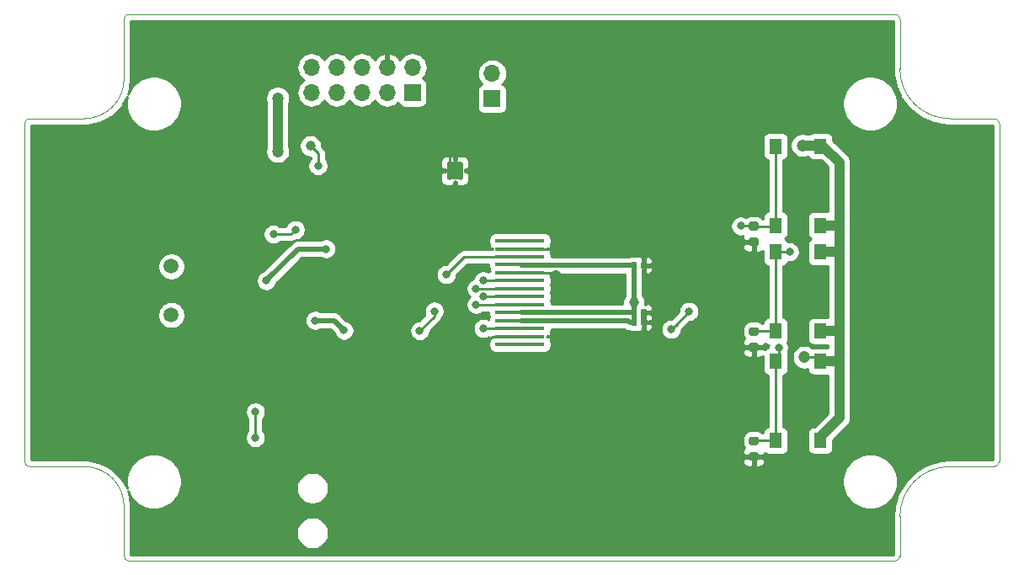
<source format=gbr>
%TF.GenerationSoftware,KiCad,Pcbnew,(5.1.4)-1*%
%TF.CreationDate,2020-03-29T09:51:50+13:00*%
%TF.ProjectId,clock,636c6f63-6b2e-46b6-9963-61645f706362,rev?*%
%TF.SameCoordinates,Original*%
%TF.FileFunction,Copper,L1,Top*%
%TF.FilePolarity,Positive*%
%FSLAX46Y46*%
G04 Gerber Fmt 4.6, Leading zero omitted, Abs format (unit mm)*
G04 Created by KiCad (PCBNEW (5.1.4)-1) date 2020-03-29 09:51:50*
%MOMM*%
%LPD*%
G04 APERTURE LIST*
%ADD10C,0.050000*%
%ADD11C,0.100000*%
%ADD12C,1.600000*%
%ADD13C,0.500000*%
%ADD14C,0.590000*%
%ADD15R,1.700000X1.700000*%
%ADD16O,1.700000X1.700000*%
%ADD17C,0.875000*%
%ADD18R,1.300000X1.550000*%
%ADD19C,1.500000*%
%ADD20R,5.000000X0.400000*%
%ADD21C,0.800000*%
%ADD22C,1.200000*%
%ADD23C,1.000000*%
%ADD24C,0.250000*%
%ADD25C,0.500000*%
%ADD26C,1.000000*%
%ADD27C,0.240000*%
%ADD28C,0.254000*%
G04 APERTURE END LIST*
D10*
X103213900Y-66150000D02*
G75*
G02X103713900Y-65650000I500000J0D01*
G01*
X93713900Y-76150000D02*
G75*
G03X93213900Y-76650000I0J-500000D01*
G01*
X93713900Y-111150000D02*
G75*
G02X93213900Y-110650000I0J500000D01*
G01*
X103713900Y-120650000D02*
G75*
G02X103213900Y-120150000I0J500000D01*
G01*
X181213900Y-120150000D02*
G75*
G02X180713900Y-120650000I-500000J0D01*
G01*
X191213900Y-110650000D02*
G75*
G02X190713900Y-111150000I-500000J0D01*
G01*
X191213900Y-76650000D02*
G75*
G03X190713900Y-76150000I-500000J0D01*
G01*
X180713900Y-65650000D02*
G75*
G02X181213900Y-66150000I0J-500000D01*
G01*
X93713900Y-111150000D02*
X99213900Y-111150000D01*
X103213900Y-120150000D02*
X103213900Y-115150000D01*
X181213900Y-71150000D02*
G75*
G03X186213900Y-76150000I5000000J0D01*
G01*
X181213900Y-116150000D02*
G75*
G02X186213900Y-111150000I5000000J0D01*
G01*
X103213900Y-115150000D02*
G75*
G03X99213900Y-111150000I-4000000J0D01*
G01*
X103213900Y-72150000D02*
G75*
G02X99213900Y-76150000I-4000000J0D01*
G01*
X181213900Y-66150000D02*
X181213900Y-71150000D01*
X103713900Y-65650000D02*
X180713900Y-65650000D01*
X103213900Y-72150000D02*
X103213900Y-66150000D01*
X181213900Y-120150000D02*
X181213900Y-116150000D01*
X103713900Y-120650000D02*
X180713900Y-120650000D01*
X190713900Y-111150000D02*
X186213900Y-111150000D01*
X191213900Y-76650000D02*
X191213900Y-110650000D01*
X186213900Y-76150000D02*
X190713900Y-76150000D01*
X93213900Y-76650000D02*
X93213900Y-110650000D01*
X99213900Y-76150000D02*
X93713900Y-76150000D01*
D11*
G36*
X137038404Y-80501204D02*
G01*
X137062673Y-80504804D01*
X137086471Y-80510765D01*
X137109571Y-80519030D01*
X137131749Y-80529520D01*
X137152793Y-80542133D01*
X137172498Y-80556747D01*
X137190677Y-80573223D01*
X137207153Y-80591402D01*
X137221767Y-80611107D01*
X137234380Y-80632151D01*
X137244870Y-80654329D01*
X137253135Y-80677429D01*
X137259096Y-80701227D01*
X137262696Y-80725496D01*
X137263900Y-80750000D01*
X137263900Y-82050000D01*
X137262696Y-82074504D01*
X137259096Y-82098773D01*
X137253135Y-82122571D01*
X137244870Y-82145671D01*
X137234380Y-82167849D01*
X137221767Y-82188893D01*
X137207153Y-82208598D01*
X137190677Y-82226777D01*
X137172498Y-82243253D01*
X137152793Y-82257867D01*
X137131749Y-82270480D01*
X137109571Y-82280970D01*
X137086471Y-82289235D01*
X137062673Y-82295196D01*
X137038404Y-82298796D01*
X137013900Y-82300000D01*
X135913900Y-82300000D01*
X135889396Y-82298796D01*
X135865127Y-82295196D01*
X135841329Y-82289235D01*
X135818229Y-82280970D01*
X135796051Y-82270480D01*
X135775007Y-82257867D01*
X135755302Y-82243253D01*
X135737123Y-82226777D01*
X135720647Y-82208598D01*
X135706033Y-82188893D01*
X135693420Y-82167849D01*
X135682930Y-82145671D01*
X135674665Y-82122571D01*
X135668704Y-82098773D01*
X135665104Y-82074504D01*
X135663900Y-82050000D01*
X135663900Y-80750000D01*
X135665104Y-80725496D01*
X135668704Y-80701227D01*
X135674665Y-80677429D01*
X135682930Y-80654329D01*
X135693420Y-80632151D01*
X135706033Y-80611107D01*
X135720647Y-80591402D01*
X135737123Y-80573223D01*
X135755302Y-80556747D01*
X135775007Y-80542133D01*
X135796051Y-80529520D01*
X135818229Y-80519030D01*
X135841329Y-80510765D01*
X135865127Y-80504804D01*
X135889396Y-80501204D01*
X135913900Y-80500000D01*
X137013900Y-80500000D01*
X137038404Y-80501204D01*
X137038404Y-80501204D01*
G37*
D12*
X136463900Y-81400000D03*
D13*
X137013900Y-80750000D03*
X135913900Y-80750000D03*
X137013900Y-82050000D03*
X135913900Y-82050000D03*
D11*
G36*
X154640858Y-96330710D02*
G01*
X154655176Y-96332834D01*
X154669217Y-96336351D01*
X154682846Y-96341228D01*
X154695931Y-96347417D01*
X154708347Y-96354858D01*
X154719973Y-96363481D01*
X154730698Y-96373202D01*
X154740419Y-96383927D01*
X154749042Y-96395553D01*
X154756483Y-96407969D01*
X154762672Y-96421054D01*
X154767549Y-96434683D01*
X154771066Y-96448724D01*
X154773190Y-96463042D01*
X154773900Y-96477500D01*
X154773900Y-96822500D01*
X154773190Y-96836958D01*
X154771066Y-96851276D01*
X154767549Y-96865317D01*
X154762672Y-96878946D01*
X154756483Y-96892031D01*
X154749042Y-96904447D01*
X154740419Y-96916073D01*
X154730698Y-96926798D01*
X154719973Y-96936519D01*
X154708347Y-96945142D01*
X154695931Y-96952583D01*
X154682846Y-96958772D01*
X154669217Y-96963649D01*
X154655176Y-96967166D01*
X154640858Y-96969290D01*
X154626400Y-96970000D01*
X154331400Y-96970000D01*
X154316942Y-96969290D01*
X154302624Y-96967166D01*
X154288583Y-96963649D01*
X154274954Y-96958772D01*
X154261869Y-96952583D01*
X154249453Y-96945142D01*
X154237827Y-96936519D01*
X154227102Y-96926798D01*
X154217381Y-96916073D01*
X154208758Y-96904447D01*
X154201317Y-96892031D01*
X154195128Y-96878946D01*
X154190251Y-96865317D01*
X154186734Y-96851276D01*
X154184610Y-96836958D01*
X154183900Y-96822500D01*
X154183900Y-96477500D01*
X154184610Y-96463042D01*
X154186734Y-96448724D01*
X154190251Y-96434683D01*
X154195128Y-96421054D01*
X154201317Y-96407969D01*
X154208758Y-96395553D01*
X154217381Y-96383927D01*
X154227102Y-96373202D01*
X154237827Y-96363481D01*
X154249453Y-96354858D01*
X154261869Y-96347417D01*
X154274954Y-96341228D01*
X154288583Y-96336351D01*
X154302624Y-96332834D01*
X154316942Y-96330710D01*
X154331400Y-96330000D01*
X154626400Y-96330000D01*
X154640858Y-96330710D01*
X154640858Y-96330710D01*
G37*
D14*
X154478900Y-96650000D03*
D11*
G36*
X155610858Y-96330710D02*
G01*
X155625176Y-96332834D01*
X155639217Y-96336351D01*
X155652846Y-96341228D01*
X155665931Y-96347417D01*
X155678347Y-96354858D01*
X155689973Y-96363481D01*
X155700698Y-96373202D01*
X155710419Y-96383927D01*
X155719042Y-96395553D01*
X155726483Y-96407969D01*
X155732672Y-96421054D01*
X155737549Y-96434683D01*
X155741066Y-96448724D01*
X155743190Y-96463042D01*
X155743900Y-96477500D01*
X155743900Y-96822500D01*
X155743190Y-96836958D01*
X155741066Y-96851276D01*
X155737549Y-96865317D01*
X155732672Y-96878946D01*
X155726483Y-96892031D01*
X155719042Y-96904447D01*
X155710419Y-96916073D01*
X155700698Y-96926798D01*
X155689973Y-96936519D01*
X155678347Y-96945142D01*
X155665931Y-96952583D01*
X155652846Y-96958772D01*
X155639217Y-96963649D01*
X155625176Y-96967166D01*
X155610858Y-96969290D01*
X155596400Y-96970000D01*
X155301400Y-96970000D01*
X155286942Y-96969290D01*
X155272624Y-96967166D01*
X155258583Y-96963649D01*
X155244954Y-96958772D01*
X155231869Y-96952583D01*
X155219453Y-96945142D01*
X155207827Y-96936519D01*
X155197102Y-96926798D01*
X155187381Y-96916073D01*
X155178758Y-96904447D01*
X155171317Y-96892031D01*
X155165128Y-96878946D01*
X155160251Y-96865317D01*
X155156734Y-96851276D01*
X155154610Y-96836958D01*
X155153900Y-96822500D01*
X155153900Y-96477500D01*
X155154610Y-96463042D01*
X155156734Y-96448724D01*
X155160251Y-96434683D01*
X155165128Y-96421054D01*
X155171317Y-96407969D01*
X155178758Y-96395553D01*
X155187381Y-96383927D01*
X155197102Y-96373202D01*
X155207827Y-96363481D01*
X155219453Y-96354858D01*
X155231869Y-96347417D01*
X155244954Y-96341228D01*
X155258583Y-96336351D01*
X155272624Y-96332834D01*
X155286942Y-96330710D01*
X155301400Y-96330000D01*
X155596400Y-96330000D01*
X155610858Y-96330710D01*
X155610858Y-96330710D01*
G37*
D14*
X155448900Y-96650000D03*
D11*
G36*
X155610858Y-95330710D02*
G01*
X155625176Y-95332834D01*
X155639217Y-95336351D01*
X155652846Y-95341228D01*
X155665931Y-95347417D01*
X155678347Y-95354858D01*
X155689973Y-95363481D01*
X155700698Y-95373202D01*
X155710419Y-95383927D01*
X155719042Y-95395553D01*
X155726483Y-95407969D01*
X155732672Y-95421054D01*
X155737549Y-95434683D01*
X155741066Y-95448724D01*
X155743190Y-95463042D01*
X155743900Y-95477500D01*
X155743900Y-95822500D01*
X155743190Y-95836958D01*
X155741066Y-95851276D01*
X155737549Y-95865317D01*
X155732672Y-95878946D01*
X155726483Y-95892031D01*
X155719042Y-95904447D01*
X155710419Y-95916073D01*
X155700698Y-95926798D01*
X155689973Y-95936519D01*
X155678347Y-95945142D01*
X155665931Y-95952583D01*
X155652846Y-95958772D01*
X155639217Y-95963649D01*
X155625176Y-95967166D01*
X155610858Y-95969290D01*
X155596400Y-95970000D01*
X155301400Y-95970000D01*
X155286942Y-95969290D01*
X155272624Y-95967166D01*
X155258583Y-95963649D01*
X155244954Y-95958772D01*
X155231869Y-95952583D01*
X155219453Y-95945142D01*
X155207827Y-95936519D01*
X155197102Y-95926798D01*
X155187381Y-95916073D01*
X155178758Y-95904447D01*
X155171317Y-95892031D01*
X155165128Y-95878946D01*
X155160251Y-95865317D01*
X155156734Y-95851276D01*
X155154610Y-95836958D01*
X155153900Y-95822500D01*
X155153900Y-95477500D01*
X155154610Y-95463042D01*
X155156734Y-95448724D01*
X155160251Y-95434683D01*
X155165128Y-95421054D01*
X155171317Y-95407969D01*
X155178758Y-95395553D01*
X155187381Y-95383927D01*
X155197102Y-95373202D01*
X155207827Y-95363481D01*
X155219453Y-95354858D01*
X155231869Y-95347417D01*
X155244954Y-95341228D01*
X155258583Y-95336351D01*
X155272624Y-95332834D01*
X155286942Y-95330710D01*
X155301400Y-95330000D01*
X155596400Y-95330000D01*
X155610858Y-95330710D01*
X155610858Y-95330710D01*
G37*
D14*
X155448900Y-95650000D03*
D11*
G36*
X154640858Y-95330710D02*
G01*
X154655176Y-95332834D01*
X154669217Y-95336351D01*
X154682846Y-95341228D01*
X154695931Y-95347417D01*
X154708347Y-95354858D01*
X154719973Y-95363481D01*
X154730698Y-95373202D01*
X154740419Y-95383927D01*
X154749042Y-95395553D01*
X154756483Y-95407969D01*
X154762672Y-95421054D01*
X154767549Y-95434683D01*
X154771066Y-95448724D01*
X154773190Y-95463042D01*
X154773900Y-95477500D01*
X154773900Y-95822500D01*
X154773190Y-95836958D01*
X154771066Y-95851276D01*
X154767549Y-95865317D01*
X154762672Y-95878946D01*
X154756483Y-95892031D01*
X154749042Y-95904447D01*
X154740419Y-95916073D01*
X154730698Y-95926798D01*
X154719973Y-95936519D01*
X154708347Y-95945142D01*
X154695931Y-95952583D01*
X154682846Y-95958772D01*
X154669217Y-95963649D01*
X154655176Y-95967166D01*
X154640858Y-95969290D01*
X154626400Y-95970000D01*
X154331400Y-95970000D01*
X154316942Y-95969290D01*
X154302624Y-95967166D01*
X154288583Y-95963649D01*
X154274954Y-95958772D01*
X154261869Y-95952583D01*
X154249453Y-95945142D01*
X154237827Y-95936519D01*
X154227102Y-95926798D01*
X154217381Y-95916073D01*
X154208758Y-95904447D01*
X154201317Y-95892031D01*
X154195128Y-95878946D01*
X154190251Y-95865317D01*
X154186734Y-95851276D01*
X154184610Y-95836958D01*
X154183900Y-95822500D01*
X154183900Y-95477500D01*
X154184610Y-95463042D01*
X154186734Y-95448724D01*
X154190251Y-95434683D01*
X154195128Y-95421054D01*
X154201317Y-95407969D01*
X154208758Y-95395553D01*
X154217381Y-95383927D01*
X154227102Y-95373202D01*
X154237827Y-95363481D01*
X154249453Y-95354858D01*
X154261869Y-95347417D01*
X154274954Y-95341228D01*
X154288583Y-95336351D01*
X154302624Y-95332834D01*
X154316942Y-95330710D01*
X154331400Y-95330000D01*
X154626400Y-95330000D01*
X154640858Y-95330710D01*
X154640858Y-95330710D01*
G37*
D14*
X154478900Y-95650000D03*
D11*
G36*
X154640858Y-90580710D02*
G01*
X154655176Y-90582834D01*
X154669217Y-90586351D01*
X154682846Y-90591228D01*
X154695931Y-90597417D01*
X154708347Y-90604858D01*
X154719973Y-90613481D01*
X154730698Y-90623202D01*
X154740419Y-90633927D01*
X154749042Y-90645553D01*
X154756483Y-90657969D01*
X154762672Y-90671054D01*
X154767549Y-90684683D01*
X154771066Y-90698724D01*
X154773190Y-90713042D01*
X154773900Y-90727500D01*
X154773900Y-91072500D01*
X154773190Y-91086958D01*
X154771066Y-91101276D01*
X154767549Y-91115317D01*
X154762672Y-91128946D01*
X154756483Y-91142031D01*
X154749042Y-91154447D01*
X154740419Y-91166073D01*
X154730698Y-91176798D01*
X154719973Y-91186519D01*
X154708347Y-91195142D01*
X154695931Y-91202583D01*
X154682846Y-91208772D01*
X154669217Y-91213649D01*
X154655176Y-91217166D01*
X154640858Y-91219290D01*
X154626400Y-91220000D01*
X154331400Y-91220000D01*
X154316942Y-91219290D01*
X154302624Y-91217166D01*
X154288583Y-91213649D01*
X154274954Y-91208772D01*
X154261869Y-91202583D01*
X154249453Y-91195142D01*
X154237827Y-91186519D01*
X154227102Y-91176798D01*
X154217381Y-91166073D01*
X154208758Y-91154447D01*
X154201317Y-91142031D01*
X154195128Y-91128946D01*
X154190251Y-91115317D01*
X154186734Y-91101276D01*
X154184610Y-91086958D01*
X154183900Y-91072500D01*
X154183900Y-90727500D01*
X154184610Y-90713042D01*
X154186734Y-90698724D01*
X154190251Y-90684683D01*
X154195128Y-90671054D01*
X154201317Y-90657969D01*
X154208758Y-90645553D01*
X154217381Y-90633927D01*
X154227102Y-90623202D01*
X154237827Y-90613481D01*
X154249453Y-90604858D01*
X154261869Y-90597417D01*
X154274954Y-90591228D01*
X154288583Y-90586351D01*
X154302624Y-90582834D01*
X154316942Y-90580710D01*
X154331400Y-90580000D01*
X154626400Y-90580000D01*
X154640858Y-90580710D01*
X154640858Y-90580710D01*
G37*
D14*
X154478900Y-90900000D03*
D11*
G36*
X155610858Y-90580710D02*
G01*
X155625176Y-90582834D01*
X155639217Y-90586351D01*
X155652846Y-90591228D01*
X155665931Y-90597417D01*
X155678347Y-90604858D01*
X155689973Y-90613481D01*
X155700698Y-90623202D01*
X155710419Y-90633927D01*
X155719042Y-90645553D01*
X155726483Y-90657969D01*
X155732672Y-90671054D01*
X155737549Y-90684683D01*
X155741066Y-90698724D01*
X155743190Y-90713042D01*
X155743900Y-90727500D01*
X155743900Y-91072500D01*
X155743190Y-91086958D01*
X155741066Y-91101276D01*
X155737549Y-91115317D01*
X155732672Y-91128946D01*
X155726483Y-91142031D01*
X155719042Y-91154447D01*
X155710419Y-91166073D01*
X155700698Y-91176798D01*
X155689973Y-91186519D01*
X155678347Y-91195142D01*
X155665931Y-91202583D01*
X155652846Y-91208772D01*
X155639217Y-91213649D01*
X155625176Y-91217166D01*
X155610858Y-91219290D01*
X155596400Y-91220000D01*
X155301400Y-91220000D01*
X155286942Y-91219290D01*
X155272624Y-91217166D01*
X155258583Y-91213649D01*
X155244954Y-91208772D01*
X155231869Y-91202583D01*
X155219453Y-91195142D01*
X155207827Y-91186519D01*
X155197102Y-91176798D01*
X155187381Y-91166073D01*
X155178758Y-91154447D01*
X155171317Y-91142031D01*
X155165128Y-91128946D01*
X155160251Y-91115317D01*
X155156734Y-91101276D01*
X155154610Y-91086958D01*
X155153900Y-91072500D01*
X155153900Y-90727500D01*
X155154610Y-90713042D01*
X155156734Y-90698724D01*
X155160251Y-90684683D01*
X155165128Y-90671054D01*
X155171317Y-90657969D01*
X155178758Y-90645553D01*
X155187381Y-90633927D01*
X155197102Y-90623202D01*
X155207827Y-90613481D01*
X155219453Y-90604858D01*
X155231869Y-90597417D01*
X155244954Y-90591228D01*
X155258583Y-90586351D01*
X155272624Y-90582834D01*
X155286942Y-90580710D01*
X155301400Y-90580000D01*
X155596400Y-90580000D01*
X155610858Y-90580710D01*
X155610858Y-90580710D01*
G37*
D14*
X155448900Y-90900000D03*
D15*
X132214000Y-73540500D03*
D16*
X132214000Y-71000500D03*
X129674000Y-73540500D03*
X129674000Y-71000500D03*
X127134000Y-73540500D03*
X127134000Y-71000500D03*
X124594000Y-73540500D03*
X124594000Y-71000500D03*
X122054000Y-73540500D03*
X122054000Y-71000500D03*
D15*
X140214000Y-74150000D03*
D16*
X140214000Y-71610000D03*
D11*
G36*
X166791591Y-98701053D02*
G01*
X166812826Y-98704203D01*
X166833650Y-98709419D01*
X166853862Y-98716651D01*
X166873268Y-98725830D01*
X166891681Y-98736866D01*
X166908924Y-98749654D01*
X166924830Y-98764070D01*
X166939246Y-98779976D01*
X166952034Y-98797219D01*
X166963070Y-98815632D01*
X166972249Y-98835038D01*
X166979481Y-98855250D01*
X166984697Y-98876074D01*
X166987847Y-98897309D01*
X166988900Y-98918750D01*
X166988900Y-99356250D01*
X166987847Y-99377691D01*
X166984697Y-99398926D01*
X166979481Y-99419750D01*
X166972249Y-99439962D01*
X166963070Y-99459368D01*
X166952034Y-99477781D01*
X166939246Y-99495024D01*
X166924830Y-99510930D01*
X166908924Y-99525346D01*
X166891681Y-99538134D01*
X166873268Y-99549170D01*
X166853862Y-99558349D01*
X166833650Y-99565581D01*
X166812826Y-99570797D01*
X166791591Y-99573947D01*
X166770150Y-99575000D01*
X166257650Y-99575000D01*
X166236209Y-99573947D01*
X166214974Y-99570797D01*
X166194150Y-99565581D01*
X166173938Y-99558349D01*
X166154532Y-99549170D01*
X166136119Y-99538134D01*
X166118876Y-99525346D01*
X166102970Y-99510930D01*
X166088554Y-99495024D01*
X166075766Y-99477781D01*
X166064730Y-99459368D01*
X166055551Y-99439962D01*
X166048319Y-99419750D01*
X166043103Y-99398926D01*
X166039953Y-99377691D01*
X166038900Y-99356250D01*
X166038900Y-98918750D01*
X166039953Y-98897309D01*
X166043103Y-98876074D01*
X166048319Y-98855250D01*
X166055551Y-98835038D01*
X166064730Y-98815632D01*
X166075766Y-98797219D01*
X166088554Y-98779976D01*
X166102970Y-98764070D01*
X166118876Y-98749654D01*
X166136119Y-98736866D01*
X166154532Y-98725830D01*
X166173938Y-98716651D01*
X166194150Y-98709419D01*
X166214974Y-98704203D01*
X166236209Y-98701053D01*
X166257650Y-98700000D01*
X166770150Y-98700000D01*
X166791591Y-98701053D01*
X166791591Y-98701053D01*
G37*
D17*
X166513900Y-99137500D03*
D11*
G36*
X166791591Y-97126053D02*
G01*
X166812826Y-97129203D01*
X166833650Y-97134419D01*
X166853862Y-97141651D01*
X166873268Y-97150830D01*
X166891681Y-97161866D01*
X166908924Y-97174654D01*
X166924830Y-97189070D01*
X166939246Y-97204976D01*
X166952034Y-97222219D01*
X166963070Y-97240632D01*
X166972249Y-97260038D01*
X166979481Y-97280250D01*
X166984697Y-97301074D01*
X166987847Y-97322309D01*
X166988900Y-97343750D01*
X166988900Y-97781250D01*
X166987847Y-97802691D01*
X166984697Y-97823926D01*
X166979481Y-97844750D01*
X166972249Y-97864962D01*
X166963070Y-97884368D01*
X166952034Y-97902781D01*
X166939246Y-97920024D01*
X166924830Y-97935930D01*
X166908924Y-97950346D01*
X166891681Y-97963134D01*
X166873268Y-97974170D01*
X166853862Y-97983349D01*
X166833650Y-97990581D01*
X166812826Y-97995797D01*
X166791591Y-97998947D01*
X166770150Y-98000000D01*
X166257650Y-98000000D01*
X166236209Y-97998947D01*
X166214974Y-97995797D01*
X166194150Y-97990581D01*
X166173938Y-97983349D01*
X166154532Y-97974170D01*
X166136119Y-97963134D01*
X166118876Y-97950346D01*
X166102970Y-97935930D01*
X166088554Y-97920024D01*
X166075766Y-97902781D01*
X166064730Y-97884368D01*
X166055551Y-97864962D01*
X166048319Y-97844750D01*
X166043103Y-97823926D01*
X166039953Y-97802691D01*
X166038900Y-97781250D01*
X166038900Y-97343750D01*
X166039953Y-97322309D01*
X166043103Y-97301074D01*
X166048319Y-97280250D01*
X166055551Y-97260038D01*
X166064730Y-97240632D01*
X166075766Y-97222219D01*
X166088554Y-97204976D01*
X166102970Y-97189070D01*
X166118876Y-97174654D01*
X166136119Y-97161866D01*
X166154532Y-97150830D01*
X166173938Y-97141651D01*
X166194150Y-97134419D01*
X166214974Y-97129203D01*
X166236209Y-97126053D01*
X166257650Y-97125000D01*
X166770150Y-97125000D01*
X166791591Y-97126053D01*
X166791591Y-97126053D01*
G37*
D17*
X166513900Y-97562500D03*
D11*
G36*
X166791591Y-108126053D02*
G01*
X166812826Y-108129203D01*
X166833650Y-108134419D01*
X166853862Y-108141651D01*
X166873268Y-108150830D01*
X166891681Y-108161866D01*
X166908924Y-108174654D01*
X166924830Y-108189070D01*
X166939246Y-108204976D01*
X166952034Y-108222219D01*
X166963070Y-108240632D01*
X166972249Y-108260038D01*
X166979481Y-108280250D01*
X166984697Y-108301074D01*
X166987847Y-108322309D01*
X166988900Y-108343750D01*
X166988900Y-108781250D01*
X166987847Y-108802691D01*
X166984697Y-108823926D01*
X166979481Y-108844750D01*
X166972249Y-108864962D01*
X166963070Y-108884368D01*
X166952034Y-108902781D01*
X166939246Y-108920024D01*
X166924830Y-108935930D01*
X166908924Y-108950346D01*
X166891681Y-108963134D01*
X166873268Y-108974170D01*
X166853862Y-108983349D01*
X166833650Y-108990581D01*
X166812826Y-108995797D01*
X166791591Y-108998947D01*
X166770150Y-109000000D01*
X166257650Y-109000000D01*
X166236209Y-108998947D01*
X166214974Y-108995797D01*
X166194150Y-108990581D01*
X166173938Y-108983349D01*
X166154532Y-108974170D01*
X166136119Y-108963134D01*
X166118876Y-108950346D01*
X166102970Y-108935930D01*
X166088554Y-108920024D01*
X166075766Y-108902781D01*
X166064730Y-108884368D01*
X166055551Y-108864962D01*
X166048319Y-108844750D01*
X166043103Y-108823926D01*
X166039953Y-108802691D01*
X166038900Y-108781250D01*
X166038900Y-108343750D01*
X166039953Y-108322309D01*
X166043103Y-108301074D01*
X166048319Y-108280250D01*
X166055551Y-108260038D01*
X166064730Y-108240632D01*
X166075766Y-108222219D01*
X166088554Y-108204976D01*
X166102970Y-108189070D01*
X166118876Y-108174654D01*
X166136119Y-108161866D01*
X166154532Y-108150830D01*
X166173938Y-108141651D01*
X166194150Y-108134419D01*
X166214974Y-108129203D01*
X166236209Y-108126053D01*
X166257650Y-108125000D01*
X166770150Y-108125000D01*
X166791591Y-108126053D01*
X166791591Y-108126053D01*
G37*
D17*
X166513900Y-108562500D03*
D11*
G36*
X166791591Y-109701053D02*
G01*
X166812826Y-109704203D01*
X166833650Y-109709419D01*
X166853862Y-109716651D01*
X166873268Y-109725830D01*
X166891681Y-109736866D01*
X166908924Y-109749654D01*
X166924830Y-109764070D01*
X166939246Y-109779976D01*
X166952034Y-109797219D01*
X166963070Y-109815632D01*
X166972249Y-109835038D01*
X166979481Y-109855250D01*
X166984697Y-109876074D01*
X166987847Y-109897309D01*
X166988900Y-109918750D01*
X166988900Y-110356250D01*
X166987847Y-110377691D01*
X166984697Y-110398926D01*
X166979481Y-110419750D01*
X166972249Y-110439962D01*
X166963070Y-110459368D01*
X166952034Y-110477781D01*
X166939246Y-110495024D01*
X166924830Y-110510930D01*
X166908924Y-110525346D01*
X166891681Y-110538134D01*
X166873268Y-110549170D01*
X166853862Y-110558349D01*
X166833650Y-110565581D01*
X166812826Y-110570797D01*
X166791591Y-110573947D01*
X166770150Y-110575000D01*
X166257650Y-110575000D01*
X166236209Y-110573947D01*
X166214974Y-110570797D01*
X166194150Y-110565581D01*
X166173938Y-110558349D01*
X166154532Y-110549170D01*
X166136119Y-110538134D01*
X166118876Y-110525346D01*
X166102970Y-110510930D01*
X166088554Y-110495024D01*
X166075766Y-110477781D01*
X166064730Y-110459368D01*
X166055551Y-110439962D01*
X166048319Y-110419750D01*
X166043103Y-110398926D01*
X166039953Y-110377691D01*
X166038900Y-110356250D01*
X166038900Y-109918750D01*
X166039953Y-109897309D01*
X166043103Y-109876074D01*
X166048319Y-109855250D01*
X166055551Y-109835038D01*
X166064730Y-109815632D01*
X166075766Y-109797219D01*
X166088554Y-109779976D01*
X166102970Y-109764070D01*
X166118876Y-109749654D01*
X166136119Y-109736866D01*
X166154532Y-109725830D01*
X166173938Y-109716651D01*
X166194150Y-109709419D01*
X166214974Y-109704203D01*
X166236209Y-109701053D01*
X166257650Y-109700000D01*
X166770150Y-109700000D01*
X166791591Y-109701053D01*
X166791591Y-109701053D01*
G37*
D17*
X166513900Y-110137500D03*
D11*
G36*
X166791591Y-88101053D02*
G01*
X166812826Y-88104203D01*
X166833650Y-88109419D01*
X166853862Y-88116651D01*
X166873268Y-88125830D01*
X166891681Y-88136866D01*
X166908924Y-88149654D01*
X166924830Y-88164070D01*
X166939246Y-88179976D01*
X166952034Y-88197219D01*
X166963070Y-88215632D01*
X166972249Y-88235038D01*
X166979481Y-88255250D01*
X166984697Y-88276074D01*
X166987847Y-88297309D01*
X166988900Y-88318750D01*
X166988900Y-88756250D01*
X166987847Y-88777691D01*
X166984697Y-88798926D01*
X166979481Y-88819750D01*
X166972249Y-88839962D01*
X166963070Y-88859368D01*
X166952034Y-88877781D01*
X166939246Y-88895024D01*
X166924830Y-88910930D01*
X166908924Y-88925346D01*
X166891681Y-88938134D01*
X166873268Y-88949170D01*
X166853862Y-88958349D01*
X166833650Y-88965581D01*
X166812826Y-88970797D01*
X166791591Y-88973947D01*
X166770150Y-88975000D01*
X166257650Y-88975000D01*
X166236209Y-88973947D01*
X166214974Y-88970797D01*
X166194150Y-88965581D01*
X166173938Y-88958349D01*
X166154532Y-88949170D01*
X166136119Y-88938134D01*
X166118876Y-88925346D01*
X166102970Y-88910930D01*
X166088554Y-88895024D01*
X166075766Y-88877781D01*
X166064730Y-88859368D01*
X166055551Y-88839962D01*
X166048319Y-88819750D01*
X166043103Y-88798926D01*
X166039953Y-88777691D01*
X166038900Y-88756250D01*
X166038900Y-88318750D01*
X166039953Y-88297309D01*
X166043103Y-88276074D01*
X166048319Y-88255250D01*
X166055551Y-88235038D01*
X166064730Y-88215632D01*
X166075766Y-88197219D01*
X166088554Y-88179976D01*
X166102970Y-88164070D01*
X166118876Y-88149654D01*
X166136119Y-88136866D01*
X166154532Y-88125830D01*
X166173938Y-88116651D01*
X166194150Y-88109419D01*
X166214974Y-88104203D01*
X166236209Y-88101053D01*
X166257650Y-88100000D01*
X166770150Y-88100000D01*
X166791591Y-88101053D01*
X166791591Y-88101053D01*
G37*
D17*
X166513900Y-88537500D03*
D11*
G36*
X166791591Y-86526053D02*
G01*
X166812826Y-86529203D01*
X166833650Y-86534419D01*
X166853862Y-86541651D01*
X166873268Y-86550830D01*
X166891681Y-86561866D01*
X166908924Y-86574654D01*
X166924830Y-86589070D01*
X166939246Y-86604976D01*
X166952034Y-86622219D01*
X166963070Y-86640632D01*
X166972249Y-86660038D01*
X166979481Y-86680250D01*
X166984697Y-86701074D01*
X166987847Y-86722309D01*
X166988900Y-86743750D01*
X166988900Y-87181250D01*
X166987847Y-87202691D01*
X166984697Y-87223926D01*
X166979481Y-87244750D01*
X166972249Y-87264962D01*
X166963070Y-87284368D01*
X166952034Y-87302781D01*
X166939246Y-87320024D01*
X166924830Y-87335930D01*
X166908924Y-87350346D01*
X166891681Y-87363134D01*
X166873268Y-87374170D01*
X166853862Y-87383349D01*
X166833650Y-87390581D01*
X166812826Y-87395797D01*
X166791591Y-87398947D01*
X166770150Y-87400000D01*
X166257650Y-87400000D01*
X166236209Y-87398947D01*
X166214974Y-87395797D01*
X166194150Y-87390581D01*
X166173938Y-87383349D01*
X166154532Y-87374170D01*
X166136119Y-87363134D01*
X166118876Y-87350346D01*
X166102970Y-87335930D01*
X166088554Y-87320024D01*
X166075766Y-87302781D01*
X166064730Y-87284368D01*
X166055551Y-87264962D01*
X166048319Y-87244750D01*
X166043103Y-87223926D01*
X166039953Y-87202691D01*
X166038900Y-87181250D01*
X166038900Y-86743750D01*
X166039953Y-86722309D01*
X166043103Y-86701074D01*
X166048319Y-86680250D01*
X166055551Y-86660038D01*
X166064730Y-86640632D01*
X166075766Y-86622219D01*
X166088554Y-86604976D01*
X166102970Y-86589070D01*
X166118876Y-86574654D01*
X166136119Y-86561866D01*
X166154532Y-86550830D01*
X166173938Y-86541651D01*
X166194150Y-86534419D01*
X166214974Y-86529203D01*
X166236209Y-86526053D01*
X166257650Y-86525000D01*
X166770150Y-86525000D01*
X166791591Y-86526053D01*
X166791591Y-86526053D01*
G37*
D17*
X166513900Y-86962500D03*
D18*
X173213900Y-97524696D03*
X168713900Y-97524696D03*
X168713900Y-89574696D03*
X173213900Y-89574696D03*
X173213900Y-100574696D03*
X168713900Y-100574696D03*
X168713900Y-108524696D03*
X173213900Y-108524696D03*
X173213900Y-86875000D03*
X168713900Y-86875000D03*
X168713900Y-78925000D03*
X173213900Y-78925000D03*
D19*
X107963900Y-95900000D03*
X107963900Y-91020000D03*
D20*
X143013900Y-88450000D03*
X143013900Y-89250000D03*
X143013900Y-90050000D03*
X143013900Y-90850000D03*
X143013900Y-91650000D03*
X143013900Y-92450000D03*
X143013900Y-93250000D03*
X143013900Y-94050000D03*
X143013900Y-94850000D03*
X143013900Y-95650000D03*
X143013900Y-96450000D03*
X143013900Y-97250000D03*
X143013900Y-98050000D03*
X143013900Y-98850000D03*
D21*
X116413900Y-105650000D03*
X116413900Y-108250000D03*
X121813900Y-87750000D03*
X126913900Y-95650000D03*
X118713900Y-100150000D03*
X112013900Y-91350000D03*
D22*
X119353900Y-94940000D03*
X121131900Y-91638000D03*
X129513900Y-90368000D03*
X156437900Y-100020000D03*
X146785900Y-107132000D03*
X156691900Y-70810000D03*
X170661900Y-83256000D03*
D21*
X115670900Y-82938500D03*
X121385900Y-81478000D03*
X112495900Y-98242000D03*
D22*
X106145900Y-86812000D03*
X143737900Y-77414000D03*
X126211900Y-79954000D03*
X152627900Y-88844000D03*
X149833900Y-85542000D03*
X166007900Y-103150000D03*
X138911900Y-99512000D03*
X146595400Y-91955500D03*
X146595400Y-89225000D03*
D21*
X161009900Y-106751000D03*
D22*
X179234400Y-67571500D03*
X189521400Y-109037000D03*
X105002900Y-118625500D03*
X95223900Y-109227500D03*
X95033400Y-77985500D03*
X105256900Y-67571500D03*
D21*
X114019900Y-80906500D03*
D22*
X135913900Y-77950000D03*
X135613900Y-70350000D03*
X116413900Y-74350000D03*
X136413900Y-96450000D03*
D21*
X123413900Y-102550000D03*
X123913900Y-99250000D03*
X125313900Y-87150000D03*
X125313900Y-97450000D03*
D22*
X171413900Y-78850000D03*
X171613900Y-100150000D03*
D23*
X154478900Y-94635000D03*
D22*
X118655400Y-79446000D03*
D21*
X122413900Y-96450000D03*
X117513900Y-92450000D03*
X123513900Y-89250000D03*
D22*
X118655400Y-74112000D03*
D21*
X132942900Y-97480000D03*
X134403400Y-95511500D03*
X135609900Y-91828500D03*
X170113900Y-89550000D03*
X169013900Y-99150000D03*
X158213900Y-97350000D03*
X160013900Y-95550000D03*
X165213900Y-86950000D03*
X139313900Y-92450000D03*
X138613900Y-93250000D03*
X139313900Y-94050000D03*
X138613900Y-94850000D03*
X118213900Y-87764500D03*
X120433400Y-87320000D03*
X139313900Y-97250000D03*
D23*
X121963900Y-78900000D03*
D21*
X122713900Y-80900000D03*
D24*
X116413900Y-107684315D02*
X116413900Y-105650000D01*
X116413900Y-108250000D02*
X116413900Y-107684315D01*
D25*
X155448900Y-95650000D02*
X155448900Y-96650000D01*
D24*
X146289900Y-91650000D02*
X146595400Y-91955500D01*
X143013900Y-91650000D02*
X146289900Y-91650000D01*
X138911900Y-99402000D02*
X138911900Y-99512000D01*
X140263900Y-98050000D02*
X138911900Y-99402000D01*
X143013900Y-98050000D02*
X140263900Y-98050000D01*
X146570400Y-89250000D02*
X146595400Y-89225000D01*
X143013900Y-89250000D02*
X146570400Y-89250000D01*
X135913900Y-80850000D02*
X136463900Y-81400000D01*
X135913900Y-77950000D02*
X135913900Y-80850000D01*
D25*
X154478900Y-90900000D02*
X143163900Y-90900000D01*
X154478900Y-95650000D02*
X143113900Y-95650000D01*
X146113900Y-96450000D02*
X143113900Y-96450000D01*
X153883900Y-96450000D02*
X146113900Y-96450000D01*
X154083900Y-96650000D02*
X153883900Y-96450000D01*
X154478900Y-96650000D02*
X154083900Y-96650000D01*
X154478900Y-90900000D02*
X154478900Y-94635000D01*
X154478900Y-95650000D02*
X154478900Y-96650000D01*
X154478900Y-94635000D02*
X154478900Y-95650000D01*
D24*
X172789204Y-100150000D02*
X173213900Y-100574696D01*
X171613900Y-100150000D02*
X172789204Y-100150000D01*
D26*
X173138900Y-78850000D02*
X173213900Y-78925000D01*
X171413900Y-78850000D02*
X173138900Y-78850000D01*
X173213900Y-108150000D02*
X173213900Y-108524696D01*
X175113900Y-106250000D02*
X173213900Y-108150000D01*
X173213900Y-78925000D02*
X173488900Y-78925000D01*
X173488900Y-78925000D02*
X175113900Y-80550000D01*
X174988900Y-86750000D02*
X175113900Y-86750000D01*
X174863900Y-86875000D02*
X174988900Y-86750000D01*
X173213900Y-86875000D02*
X174863900Y-86875000D01*
X175113900Y-80550000D02*
X175113900Y-86750000D01*
X174939204Y-89650000D02*
X175113900Y-89650000D01*
X174863900Y-89574696D02*
X174939204Y-89650000D01*
X173213900Y-89574696D02*
X174863900Y-89574696D01*
X175113900Y-86750000D02*
X175113900Y-89650000D01*
X174938596Y-97450000D02*
X175113900Y-97450000D01*
X174863900Y-97524696D02*
X174938596Y-97450000D01*
X173213900Y-97524696D02*
X174863900Y-97524696D01*
X175113900Y-89650000D02*
X175113900Y-97450000D01*
X175113900Y-100824696D02*
X175113900Y-100850000D01*
X174863900Y-100574696D02*
X175113900Y-100824696D01*
X173213900Y-100574696D02*
X174863900Y-100574696D01*
X175113900Y-97450000D02*
X175113900Y-100850000D01*
X175113900Y-100850000D02*
X175113900Y-106250000D01*
X118655400Y-74106000D02*
X118655400Y-79446000D01*
D25*
X124313900Y-96450000D02*
X122413900Y-96450000D01*
X125313900Y-97450000D02*
X124313900Y-96450000D01*
X120713900Y-89250000D02*
X117513900Y-92450000D01*
X123513900Y-89250000D02*
X120713900Y-89250000D01*
D27*
X134403400Y-96019500D02*
X134403400Y-95511500D01*
X132942900Y-97480000D02*
X134403400Y-96019500D01*
X137388400Y-90050000D02*
X143013900Y-90050000D01*
X135609900Y-91828500D02*
X137388400Y-90050000D01*
D24*
X168713900Y-90599696D02*
X168713900Y-97524696D01*
X168713900Y-89574696D02*
X168713900Y-90599696D01*
X166551704Y-97524696D02*
X166513900Y-97562500D01*
X168713900Y-97524696D02*
X166551704Y-97524696D01*
X170089204Y-89574696D02*
X170113900Y-89550000D01*
X168713900Y-89574696D02*
X170089204Y-89574696D01*
X168713900Y-100574696D02*
X168713900Y-108524696D01*
X166551704Y-108524696D02*
X166513900Y-108562500D01*
X168713900Y-108524696D02*
X166551704Y-108524696D01*
X168713900Y-100574696D02*
X168989204Y-100574696D01*
X169013900Y-100274696D02*
X168713900Y-100574696D01*
X169013900Y-99150000D02*
X169013900Y-100274696D01*
X168713900Y-78925000D02*
X168713900Y-86875000D01*
X168626400Y-86962500D02*
X168713900Y-86875000D01*
X166513900Y-86962500D02*
X168626400Y-86962500D01*
X158213900Y-97350000D02*
X158613899Y-96950001D01*
X158613899Y-96950001D02*
X160113900Y-95450000D01*
X160113900Y-95450000D02*
X160113900Y-95450000D01*
X166501400Y-86950000D02*
X166513900Y-86962500D01*
X165213900Y-86950000D02*
X166501400Y-86950000D01*
X139313900Y-92450000D02*
X143013900Y-92450000D01*
X139179585Y-93250000D02*
X143013900Y-93250000D01*
X138613900Y-93250000D02*
X139179585Y-93250000D01*
X139313900Y-94050000D02*
X143013900Y-94050000D01*
X139179585Y-94850000D02*
X143013900Y-94850000D01*
X138613900Y-94850000D02*
X139179585Y-94850000D01*
X119988900Y-87764500D02*
X120433400Y-87320000D01*
X118213900Y-87764500D02*
X119988900Y-87764500D01*
X139313900Y-97250000D02*
X143013900Y-97250000D01*
X122713900Y-79650000D02*
X121963900Y-78900000D01*
X122713900Y-80900000D02*
X122713900Y-79650000D01*
D28*
G36*
X180553901Y-71182419D02*
G01*
X180556268Y-71206448D01*
X180609310Y-71928752D01*
X180611829Y-71944132D01*
X180612318Y-71959705D01*
X180625774Y-72034489D01*
X180833294Y-72898871D01*
X180839918Y-72918552D01*
X180844235Y-72938864D01*
X180870721Y-73010083D01*
X181228030Y-73824054D01*
X181238032Y-73842248D01*
X181245879Y-73861476D01*
X181284551Y-73926866D01*
X181284559Y-73926880D01*
X181284563Y-73926885D01*
X181780362Y-74664713D01*
X181793430Y-74680851D01*
X181804557Y-74698384D01*
X181854207Y-74755905D01*
X182472834Y-75394278D01*
X182488552Y-75407846D01*
X182502608Y-75423131D01*
X182561660Y-75470950D01*
X183283556Y-75989685D01*
X183301426Y-76000253D01*
X183317969Y-76012810D01*
X183384556Y-76049416D01*
X184186902Y-76432116D01*
X184206364Y-76439354D01*
X184224868Y-76448782D01*
X184296884Y-76473018D01*
X185154319Y-76707586D01*
X185174758Y-76711264D01*
X185194636Y-76717265D01*
X185269800Y-76728364D01*
X185269805Y-76728365D01*
X185269806Y-76728365D01*
X186152260Y-76807122D01*
X186181481Y-76810000D01*
X190553900Y-76810000D01*
X190553901Y-110490000D01*
X186181481Y-110490000D01*
X186157412Y-110492371D01*
X185435148Y-110545410D01*
X185419768Y-110547929D01*
X185404195Y-110548418D01*
X185329411Y-110561874D01*
X184465029Y-110769394D01*
X184445348Y-110776018D01*
X184425036Y-110780335D01*
X184353817Y-110806821D01*
X183539846Y-111164130D01*
X183521652Y-111174132D01*
X183502424Y-111181979D01*
X183437034Y-111220651D01*
X183437020Y-111220659D01*
X183437015Y-111220663D01*
X182699187Y-111716462D01*
X182683049Y-111729530D01*
X182665516Y-111740657D01*
X182607995Y-111790307D01*
X181969622Y-112408934D01*
X181956054Y-112424652D01*
X181940769Y-112438708D01*
X181892950Y-112497760D01*
X181374215Y-113219656D01*
X181363644Y-113237530D01*
X181351090Y-113254070D01*
X181314484Y-113320656D01*
X180931784Y-114123003D01*
X180924547Y-114142462D01*
X180915118Y-114160968D01*
X180890882Y-114232984D01*
X180656314Y-115090420D01*
X180652637Y-115110857D01*
X180646635Y-115130736D01*
X180635535Y-115205906D01*
X180556769Y-116088459D01*
X180553901Y-116117581D01*
X180553900Y-119990000D01*
X103873900Y-119990000D01*
X103873900Y-117655467D01*
X120512900Y-117655467D01*
X120512900Y-117977533D01*
X120575732Y-118293412D01*
X120698982Y-118590963D01*
X120877913Y-118858752D01*
X121105648Y-119086487D01*
X121373437Y-119265418D01*
X121670988Y-119388668D01*
X121986867Y-119451500D01*
X122308933Y-119451500D01*
X122624812Y-119388668D01*
X122922363Y-119265418D01*
X123190152Y-119086487D01*
X123417887Y-118858752D01*
X123596818Y-118590963D01*
X123720068Y-118293412D01*
X123782900Y-117977533D01*
X123782900Y-117655467D01*
X123720068Y-117339588D01*
X123596818Y-117042037D01*
X123417887Y-116774248D01*
X123190152Y-116546513D01*
X122922363Y-116367582D01*
X122624812Y-116244332D01*
X122308933Y-116181500D01*
X121986867Y-116181500D01*
X121670988Y-116244332D01*
X121373437Y-116367582D01*
X121105648Y-116546513D01*
X120877913Y-116774248D01*
X120698982Y-117042037D01*
X120575732Y-117339588D01*
X120512900Y-117655467D01*
X103873900Y-117655467D01*
X103873900Y-115117581D01*
X103870912Y-115087247D01*
X103871087Y-115062257D01*
X103870187Y-115053086D01*
X103788585Y-114276699D01*
X103776558Y-114218106D01*
X103765348Y-114159342D01*
X103762685Y-114150520D01*
X103590288Y-113593596D01*
X103745865Y-113969192D01*
X104050650Y-114425334D01*
X104438566Y-114813250D01*
X104894708Y-115118035D01*
X105401546Y-115327974D01*
X105939601Y-115435000D01*
X106488199Y-115435000D01*
X107026254Y-115327974D01*
X107533092Y-115118035D01*
X107989234Y-114813250D01*
X108377150Y-114425334D01*
X108681935Y-113969192D01*
X108891874Y-113462354D01*
X108952917Y-113155467D01*
X120512900Y-113155467D01*
X120512900Y-113477533D01*
X120575732Y-113793412D01*
X120698982Y-114090963D01*
X120877913Y-114358752D01*
X121105648Y-114586487D01*
X121373437Y-114765418D01*
X121670988Y-114888668D01*
X121986867Y-114951500D01*
X122308933Y-114951500D01*
X122624812Y-114888668D01*
X122922363Y-114765418D01*
X123190152Y-114586487D01*
X123417887Y-114358752D01*
X123596818Y-114090963D01*
X123720068Y-113793412D01*
X123782900Y-113477533D01*
X123782900Y-113155467D01*
X123720068Y-112839588D01*
X123596818Y-112542037D01*
X123485676Y-112375701D01*
X175428900Y-112375701D01*
X175428900Y-112924299D01*
X175535926Y-113462354D01*
X175745865Y-113969192D01*
X176050650Y-114425334D01*
X176438566Y-114813250D01*
X176894708Y-115118035D01*
X177401546Y-115327974D01*
X177939601Y-115435000D01*
X178488199Y-115435000D01*
X179026254Y-115327974D01*
X179533092Y-115118035D01*
X179989234Y-114813250D01*
X180377150Y-114425334D01*
X180681935Y-113969192D01*
X180891874Y-113462354D01*
X180998900Y-112924299D01*
X180998900Y-112375701D01*
X180891874Y-111837646D01*
X180681935Y-111330808D01*
X180377150Y-110874666D01*
X179989234Y-110486750D01*
X179533092Y-110181965D01*
X179026254Y-109972026D01*
X178488199Y-109865000D01*
X177939601Y-109865000D01*
X177401546Y-109972026D01*
X176894708Y-110181965D01*
X176438566Y-110486750D01*
X176050650Y-110874666D01*
X175745865Y-111330808D01*
X175535926Y-111837646D01*
X175428900Y-112375701D01*
X123485676Y-112375701D01*
X123417887Y-112274248D01*
X123190152Y-112046513D01*
X122922363Y-111867582D01*
X122624812Y-111744332D01*
X122308933Y-111681500D01*
X121986867Y-111681500D01*
X121670988Y-111744332D01*
X121373437Y-111867582D01*
X121105648Y-112046513D01*
X120877913Y-112274248D01*
X120698982Y-112542037D01*
X120575732Y-112839588D01*
X120512900Y-113155467D01*
X108952917Y-113155467D01*
X108998900Y-112924299D01*
X108998900Y-112375701D01*
X108891874Y-111837646D01*
X108681935Y-111330808D01*
X108377150Y-110874666D01*
X108077484Y-110575000D01*
X165400828Y-110575000D01*
X165413088Y-110699482D01*
X165449398Y-110819180D01*
X165508363Y-110929494D01*
X165587715Y-111026185D01*
X165684406Y-111105537D01*
X165794720Y-111164502D01*
X165914418Y-111200812D01*
X166038900Y-111213072D01*
X166228150Y-111210000D01*
X166386900Y-111051250D01*
X166386900Y-110264500D01*
X166640900Y-110264500D01*
X166640900Y-111051250D01*
X166799650Y-111210000D01*
X166988900Y-111213072D01*
X167113382Y-111200812D01*
X167233080Y-111164502D01*
X167343394Y-111105537D01*
X167440085Y-111026185D01*
X167519437Y-110929494D01*
X167578402Y-110819180D01*
X167614712Y-110699482D01*
X167626972Y-110575000D01*
X167623900Y-110423250D01*
X167465150Y-110264500D01*
X166640900Y-110264500D01*
X166386900Y-110264500D01*
X165562650Y-110264500D01*
X165403900Y-110423250D01*
X165400828Y-110575000D01*
X108077484Y-110575000D01*
X107989234Y-110486750D01*
X107533092Y-110181965D01*
X107026254Y-109972026D01*
X106488199Y-109865000D01*
X105939601Y-109865000D01*
X105401546Y-109972026D01*
X104894708Y-110181965D01*
X104438566Y-110486750D01*
X104050650Y-110874666D01*
X103745865Y-111330808D01*
X103535926Y-111837646D01*
X103428900Y-112375701D01*
X103428900Y-112924299D01*
X103517857Y-113371513D01*
X103508649Y-113349608D01*
X103486247Y-113294162D01*
X103481921Y-113286026D01*
X103110618Y-112599316D01*
X103077179Y-112549741D01*
X103044414Y-112499670D01*
X103038589Y-112492529D01*
X102540976Y-111891017D01*
X102498521Y-111848858D01*
X102456676Y-111806127D01*
X102449576Y-111800253D01*
X101844605Y-111306852D01*
X101794804Y-111273764D01*
X101745424Y-111239953D01*
X101737318Y-111235570D01*
X101048033Y-110869071D01*
X100992739Y-110846280D01*
X100937746Y-110822710D01*
X100928943Y-110819985D01*
X100181598Y-110594348D01*
X100122895Y-110582725D01*
X100064406Y-110570292D01*
X100055242Y-110569329D01*
X99278304Y-110493150D01*
X99278302Y-110493150D01*
X99246319Y-110490000D01*
X93873900Y-110490000D01*
X93873900Y-105548061D01*
X115378900Y-105548061D01*
X115378900Y-105751939D01*
X115418674Y-105951898D01*
X115496695Y-106140256D01*
X115609963Y-106309774D01*
X115653901Y-106353712D01*
X115653900Y-107546289D01*
X115609963Y-107590226D01*
X115496695Y-107759744D01*
X115418674Y-107948102D01*
X115378900Y-108148061D01*
X115378900Y-108351939D01*
X115418674Y-108551898D01*
X115496695Y-108740256D01*
X115609963Y-108909774D01*
X115754126Y-109053937D01*
X115923644Y-109167205D01*
X116112002Y-109245226D01*
X116311961Y-109285000D01*
X116515839Y-109285000D01*
X116715798Y-109245226D01*
X116904156Y-109167205D01*
X117073674Y-109053937D01*
X117217837Y-108909774D01*
X117331105Y-108740256D01*
X117409126Y-108551898D01*
X117448900Y-108351939D01*
X117448900Y-108148061D01*
X117409126Y-107948102D01*
X117331105Y-107759744D01*
X117217837Y-107590226D01*
X117173900Y-107546289D01*
X117173900Y-106353711D01*
X117217837Y-106309774D01*
X117331105Y-106140256D01*
X117409126Y-105951898D01*
X117448900Y-105751939D01*
X117448900Y-105548061D01*
X117409126Y-105348102D01*
X117331105Y-105159744D01*
X117217837Y-104990226D01*
X117073674Y-104846063D01*
X116904156Y-104732795D01*
X116715798Y-104654774D01*
X116515839Y-104615000D01*
X116311961Y-104615000D01*
X116112002Y-104654774D01*
X115923644Y-104732795D01*
X115754126Y-104846063D01*
X115609963Y-104990226D01*
X115496695Y-105159744D01*
X115418674Y-105348102D01*
X115378900Y-105548061D01*
X93873900Y-105548061D01*
X93873900Y-95763589D01*
X106578900Y-95763589D01*
X106578900Y-96036411D01*
X106632125Y-96303989D01*
X106736529Y-96556043D01*
X106888101Y-96782886D01*
X107081014Y-96975799D01*
X107307857Y-97127371D01*
X107559911Y-97231775D01*
X107827489Y-97285000D01*
X108100311Y-97285000D01*
X108367889Y-97231775D01*
X108619943Y-97127371D01*
X108846786Y-96975799D01*
X109039699Y-96782886D01*
X109191271Y-96556043D01*
X109277419Y-96348061D01*
X121378900Y-96348061D01*
X121378900Y-96551939D01*
X121418674Y-96751898D01*
X121496695Y-96940256D01*
X121609963Y-97109774D01*
X121754126Y-97253937D01*
X121923644Y-97367205D01*
X122112002Y-97445226D01*
X122311961Y-97485000D01*
X122515839Y-97485000D01*
X122715798Y-97445226D01*
X122904156Y-97367205D01*
X122952354Y-97335000D01*
X123947322Y-97335000D01*
X124307365Y-97695044D01*
X124318674Y-97751898D01*
X124396695Y-97940256D01*
X124509963Y-98109774D01*
X124654126Y-98253937D01*
X124823644Y-98367205D01*
X125012002Y-98445226D01*
X125211961Y-98485000D01*
X125415839Y-98485000D01*
X125615798Y-98445226D01*
X125804156Y-98367205D01*
X125973674Y-98253937D01*
X126117837Y-98109774D01*
X126231105Y-97940256D01*
X126309126Y-97751898D01*
X126348900Y-97551939D01*
X126348900Y-97378061D01*
X131907900Y-97378061D01*
X131907900Y-97581939D01*
X131947674Y-97781898D01*
X132025695Y-97970256D01*
X132138963Y-98139774D01*
X132283126Y-98283937D01*
X132452644Y-98397205D01*
X132641002Y-98475226D01*
X132840961Y-98515000D01*
X133044839Y-98515000D01*
X133244798Y-98475226D01*
X133433156Y-98397205D01*
X133602674Y-98283937D01*
X133746837Y-98139774D01*
X133860105Y-97970256D01*
X133938126Y-97781898D01*
X133977900Y-97581939D01*
X133977900Y-97512731D01*
X134911037Y-96579594D01*
X134939849Y-96555949D01*
X134996493Y-96486928D01*
X135034197Y-96440986D01*
X135104304Y-96309824D01*
X135114410Y-96276510D01*
X135119769Y-96258842D01*
X135207337Y-96171274D01*
X135320605Y-96001756D01*
X135398626Y-95813398D01*
X135438400Y-95613439D01*
X135438400Y-95409561D01*
X135398626Y-95209602D01*
X135320605Y-95021244D01*
X135207337Y-94851726D01*
X135063174Y-94707563D01*
X134893656Y-94594295D01*
X134705298Y-94516274D01*
X134505339Y-94476500D01*
X134301461Y-94476500D01*
X134101502Y-94516274D01*
X133913144Y-94594295D01*
X133743626Y-94707563D01*
X133599463Y-94851726D01*
X133486195Y-95021244D01*
X133408174Y-95209602D01*
X133368400Y-95409561D01*
X133368400Y-95613439D01*
X133408174Y-95813398D01*
X133447304Y-95907865D01*
X132910169Y-96445000D01*
X132840961Y-96445000D01*
X132641002Y-96484774D01*
X132452644Y-96562795D01*
X132283126Y-96676063D01*
X132138963Y-96820226D01*
X132025695Y-96989744D01*
X131947674Y-97178102D01*
X131907900Y-97378061D01*
X126348900Y-97378061D01*
X126348900Y-97348061D01*
X126309126Y-97148102D01*
X126231105Y-96959744D01*
X126117837Y-96790226D01*
X125973674Y-96646063D01*
X125804156Y-96532795D01*
X125615798Y-96454774D01*
X125558944Y-96443465D01*
X124970434Y-95854956D01*
X124942717Y-95821183D01*
X124807959Y-95710589D01*
X124654213Y-95628411D01*
X124487390Y-95577805D01*
X124357377Y-95565000D01*
X124357369Y-95565000D01*
X124313900Y-95560719D01*
X124270431Y-95565000D01*
X122952354Y-95565000D01*
X122904156Y-95532795D01*
X122715798Y-95454774D01*
X122515839Y-95415000D01*
X122311961Y-95415000D01*
X122112002Y-95454774D01*
X121923644Y-95532795D01*
X121754126Y-95646063D01*
X121609963Y-95790226D01*
X121496695Y-95959744D01*
X121418674Y-96148102D01*
X121378900Y-96348061D01*
X109277419Y-96348061D01*
X109295675Y-96303989D01*
X109348900Y-96036411D01*
X109348900Y-95763589D01*
X109295675Y-95496011D01*
X109191271Y-95243957D01*
X109039699Y-95017114D01*
X108846786Y-94824201D01*
X108619943Y-94672629D01*
X108367889Y-94568225D01*
X108100311Y-94515000D01*
X107827489Y-94515000D01*
X107559911Y-94568225D01*
X107307857Y-94672629D01*
X107081014Y-94824201D01*
X106888101Y-95017114D01*
X106736529Y-95243957D01*
X106632125Y-95496011D01*
X106578900Y-95763589D01*
X93873900Y-95763589D01*
X93873900Y-90883589D01*
X106578900Y-90883589D01*
X106578900Y-91156411D01*
X106632125Y-91423989D01*
X106736529Y-91676043D01*
X106888101Y-91902886D01*
X107081014Y-92095799D01*
X107307857Y-92247371D01*
X107559911Y-92351775D01*
X107827489Y-92405000D01*
X108100311Y-92405000D01*
X108367889Y-92351775D01*
X108376855Y-92348061D01*
X116478900Y-92348061D01*
X116478900Y-92551939D01*
X116518674Y-92751898D01*
X116596695Y-92940256D01*
X116709963Y-93109774D01*
X116854126Y-93253937D01*
X117023644Y-93367205D01*
X117212002Y-93445226D01*
X117411961Y-93485000D01*
X117615839Y-93485000D01*
X117815798Y-93445226D01*
X118004156Y-93367205D01*
X118173674Y-93253937D01*
X118317837Y-93109774D01*
X118431105Y-92940256D01*
X118509126Y-92751898D01*
X118520435Y-92695043D01*
X119488917Y-91726561D01*
X134574900Y-91726561D01*
X134574900Y-91930439D01*
X134614674Y-92130398D01*
X134692695Y-92318756D01*
X134805963Y-92488274D01*
X134950126Y-92632437D01*
X135119644Y-92745705D01*
X135308002Y-92823726D01*
X135507961Y-92863500D01*
X135711839Y-92863500D01*
X135911798Y-92823726D01*
X136100156Y-92745705D01*
X136269674Y-92632437D01*
X136413837Y-92488274D01*
X136527105Y-92318756D01*
X136605126Y-92130398D01*
X136644900Y-91930439D01*
X136644900Y-91861231D01*
X137701131Y-90805000D01*
X139875828Y-90805000D01*
X139875828Y-91050000D01*
X139888088Y-91174482D01*
X139911039Y-91250141D01*
X139888800Y-91321994D01*
X139878900Y-91418250D01*
X139983648Y-91522998D01*
X139878900Y-91522998D01*
X139878900Y-91582737D01*
X139804156Y-91532795D01*
X139615798Y-91454774D01*
X139415839Y-91415000D01*
X139211961Y-91415000D01*
X139012002Y-91454774D01*
X138823644Y-91532795D01*
X138654126Y-91646063D01*
X138509963Y-91790226D01*
X138396695Y-91959744D01*
X138318674Y-92148102D01*
X138296150Y-92261340D01*
X138123644Y-92332795D01*
X137954126Y-92446063D01*
X137809963Y-92590226D01*
X137696695Y-92759744D01*
X137618674Y-92948102D01*
X137578900Y-93148061D01*
X137578900Y-93351939D01*
X137618674Y-93551898D01*
X137696695Y-93740256D01*
X137809963Y-93909774D01*
X137950189Y-94050000D01*
X137809963Y-94190226D01*
X137696695Y-94359744D01*
X137618674Y-94548102D01*
X137578900Y-94748061D01*
X137578900Y-94951939D01*
X137618674Y-95151898D01*
X137696695Y-95340256D01*
X137809963Y-95509774D01*
X137954126Y-95653937D01*
X138123644Y-95767205D01*
X138312002Y-95845226D01*
X138511961Y-95885000D01*
X138715839Y-95885000D01*
X138915798Y-95845226D01*
X139104156Y-95767205D01*
X139273674Y-95653937D01*
X139317611Y-95610000D01*
X139875828Y-95610000D01*
X139875828Y-95850000D01*
X139888088Y-95974482D01*
X139910996Y-96050000D01*
X139888088Y-96125518D01*
X139875828Y-96250000D01*
X139875828Y-96380685D01*
X139804156Y-96332795D01*
X139615798Y-96254774D01*
X139415839Y-96215000D01*
X139211961Y-96215000D01*
X139012002Y-96254774D01*
X138823644Y-96332795D01*
X138654126Y-96446063D01*
X138509963Y-96590226D01*
X138396695Y-96759744D01*
X138318674Y-96948102D01*
X138278900Y-97148061D01*
X138278900Y-97351939D01*
X138318674Y-97551898D01*
X138396695Y-97740256D01*
X138509963Y-97909774D01*
X138654126Y-98053937D01*
X138823644Y-98167205D01*
X139012002Y-98245226D01*
X139211961Y-98285000D01*
X139415839Y-98285000D01*
X139615798Y-98245226D01*
X139804156Y-98167205D01*
X139878900Y-98117263D01*
X139878900Y-98177002D01*
X139983648Y-98177002D01*
X139878900Y-98281750D01*
X139888800Y-98378006D01*
X139911039Y-98449859D01*
X139888088Y-98525518D01*
X139875828Y-98650000D01*
X139875828Y-99050000D01*
X139888088Y-99174482D01*
X139924398Y-99294180D01*
X139983363Y-99404494D01*
X140062715Y-99501185D01*
X140159406Y-99580537D01*
X140269720Y-99639502D01*
X140389418Y-99675812D01*
X140513900Y-99688072D01*
X145513900Y-99688072D01*
X145638382Y-99675812D01*
X145758080Y-99639502D01*
X145868394Y-99580537D01*
X145875140Y-99575000D01*
X165400828Y-99575000D01*
X165413088Y-99699482D01*
X165449398Y-99819180D01*
X165508363Y-99929494D01*
X165587715Y-100026185D01*
X165684406Y-100105537D01*
X165794720Y-100164502D01*
X165914418Y-100200812D01*
X166038900Y-100213072D01*
X166228150Y-100210000D01*
X166386900Y-100051250D01*
X166386900Y-99264500D01*
X165562650Y-99264500D01*
X165403900Y-99423250D01*
X165400828Y-99575000D01*
X145875140Y-99575000D01*
X145965085Y-99501185D01*
X146044437Y-99404494D01*
X146103402Y-99294180D01*
X146139712Y-99174482D01*
X146151972Y-99050000D01*
X146151972Y-98650000D01*
X146139712Y-98525518D01*
X146116761Y-98449859D01*
X146139000Y-98378006D01*
X146148900Y-98281750D01*
X145990150Y-98123000D01*
X145872704Y-98123000D01*
X145868394Y-98119463D01*
X145758080Y-98060498D01*
X145723473Y-98050000D01*
X145758080Y-98039502D01*
X145868394Y-97980537D01*
X145872704Y-97977000D01*
X145990150Y-97977000D01*
X146148900Y-97818250D01*
X146139000Y-97721994D01*
X146116761Y-97650141D01*
X146139712Y-97574482D01*
X146151972Y-97450000D01*
X146151972Y-97335000D01*
X153523542Y-97335000D01*
X153589841Y-97389411D01*
X153743587Y-97471589D01*
X153910410Y-97522195D01*
X153998152Y-97530837D01*
X154030775Y-97548274D01*
X154178143Y-97592977D01*
X154331400Y-97608072D01*
X154626400Y-97608072D01*
X154779657Y-97592977D01*
X154902584Y-97555688D01*
X154909720Y-97559502D01*
X155029418Y-97595812D01*
X155153900Y-97608072D01*
X155163150Y-97605000D01*
X155321900Y-97446250D01*
X155321900Y-97179763D01*
X155352174Y-97123125D01*
X155396877Y-96975757D01*
X155411972Y-96822500D01*
X155411972Y-96777000D01*
X155575900Y-96777000D01*
X155575900Y-97446250D01*
X155734650Y-97605000D01*
X155743900Y-97608072D01*
X155868382Y-97595812D01*
X155988080Y-97559502D01*
X156098394Y-97500537D01*
X156195085Y-97421185D01*
X156274437Y-97324494D01*
X156315291Y-97248061D01*
X157178900Y-97248061D01*
X157178900Y-97451939D01*
X157218674Y-97651898D01*
X157296695Y-97840256D01*
X157409963Y-98009774D01*
X157554126Y-98153937D01*
X157723644Y-98267205D01*
X157912002Y-98345226D01*
X158111961Y-98385000D01*
X158315839Y-98385000D01*
X158515798Y-98345226D01*
X158704156Y-98267205D01*
X158873674Y-98153937D01*
X159017837Y-98009774D01*
X159131105Y-97840256D01*
X159209126Y-97651898D01*
X159248900Y-97451939D01*
X159248900Y-97389801D01*
X160053702Y-96585000D01*
X160115839Y-96585000D01*
X160315798Y-96545226D01*
X160504156Y-96467205D01*
X160673674Y-96353937D01*
X160817837Y-96209774D01*
X160931105Y-96040256D01*
X161009126Y-95851898D01*
X161048900Y-95651939D01*
X161048900Y-95448061D01*
X161009126Y-95248102D01*
X160931105Y-95059744D01*
X160817837Y-94890226D01*
X160673674Y-94746063D01*
X160504156Y-94632795D01*
X160315798Y-94554774D01*
X160115839Y-94515000D01*
X159911961Y-94515000D01*
X159712002Y-94554774D01*
X159523644Y-94632795D01*
X159354126Y-94746063D01*
X159209963Y-94890226D01*
X159096695Y-95059744D01*
X159018674Y-95248102D01*
X158978900Y-95448061D01*
X158978900Y-95510198D01*
X158174099Y-96315000D01*
X158111961Y-96315000D01*
X157912002Y-96354774D01*
X157723644Y-96432795D01*
X157554126Y-96546063D01*
X157409963Y-96690226D01*
X157296695Y-96859744D01*
X157218674Y-97048102D01*
X157178900Y-97248061D01*
X156315291Y-97248061D01*
X156333402Y-97214180D01*
X156369712Y-97094482D01*
X156381972Y-96970000D01*
X156378900Y-96935750D01*
X156220150Y-96777000D01*
X155575900Y-96777000D01*
X155411972Y-96777000D01*
X155411972Y-96477500D01*
X155396877Y-96324243D01*
X155363900Y-96215531D01*
X155363900Y-96084469D01*
X155396877Y-95975757D01*
X155411972Y-95822500D01*
X155411972Y-95777000D01*
X155575900Y-95777000D01*
X155575900Y-96523000D01*
X155652650Y-96523000D01*
X155734650Y-96605000D01*
X155743900Y-96608072D01*
X155868382Y-96595812D01*
X155988080Y-96559502D01*
X156056369Y-96523000D01*
X156220150Y-96523000D01*
X156378900Y-96364250D01*
X156381972Y-96330000D01*
X156369712Y-96205518D01*
X156352871Y-96150000D01*
X156369712Y-96094482D01*
X156381972Y-95970000D01*
X156378900Y-95935750D01*
X156220150Y-95777000D01*
X156056369Y-95777000D01*
X155988080Y-95740498D01*
X155868382Y-95704188D01*
X155743900Y-95691928D01*
X155734650Y-95695000D01*
X155652650Y-95777000D01*
X155575900Y-95777000D01*
X155411972Y-95777000D01*
X155411972Y-95503000D01*
X155575900Y-95503000D01*
X155575900Y-95523000D01*
X156220150Y-95523000D01*
X156378900Y-95364250D01*
X156381972Y-95330000D01*
X156369712Y-95205518D01*
X156333402Y-95085820D01*
X156274437Y-94975506D01*
X156195085Y-94878815D01*
X156098394Y-94799463D01*
X155988080Y-94740498D01*
X155868382Y-94704188D01*
X155743900Y-94691928D01*
X155734650Y-94695000D01*
X155596777Y-94832873D01*
X155613900Y-94746788D01*
X155613900Y-94523212D01*
X155570283Y-94303933D01*
X155484724Y-94097376D01*
X155363900Y-93916550D01*
X155363900Y-91334469D01*
X155396877Y-91225757D01*
X155411972Y-91072500D01*
X155411972Y-91027000D01*
X155575900Y-91027000D01*
X155575900Y-91696250D01*
X155734650Y-91855000D01*
X155743900Y-91858072D01*
X155868382Y-91845812D01*
X155988080Y-91809502D01*
X156098394Y-91750537D01*
X156195085Y-91671185D01*
X156274437Y-91574494D01*
X156333402Y-91464180D01*
X156369712Y-91344482D01*
X156381972Y-91220000D01*
X156378900Y-91185750D01*
X156220150Y-91027000D01*
X155575900Y-91027000D01*
X155411972Y-91027000D01*
X155411972Y-90727500D01*
X155396877Y-90574243D01*
X155352174Y-90426875D01*
X155321900Y-90370237D01*
X155321900Y-90103750D01*
X155575900Y-90103750D01*
X155575900Y-90773000D01*
X156220150Y-90773000D01*
X156378900Y-90614250D01*
X156381972Y-90580000D01*
X156369712Y-90455518D01*
X156333402Y-90335820D01*
X156274437Y-90225506D01*
X156195085Y-90128815D01*
X156098394Y-90049463D01*
X155988080Y-89990498D01*
X155868382Y-89954188D01*
X155743900Y-89941928D01*
X155734650Y-89945000D01*
X155575900Y-90103750D01*
X155321900Y-90103750D01*
X155163150Y-89945000D01*
X155153900Y-89941928D01*
X155029418Y-89954188D01*
X154909720Y-89990498D01*
X154902584Y-89994312D01*
X154779657Y-89957023D01*
X154626400Y-89941928D01*
X154331400Y-89941928D01*
X154178143Y-89957023D01*
X154030775Y-90001726D01*
X154005941Y-90015000D01*
X146151972Y-90015000D01*
X146151972Y-89850000D01*
X146139712Y-89725518D01*
X146116761Y-89649859D01*
X146139000Y-89578006D01*
X146148900Y-89481750D01*
X145990150Y-89323000D01*
X145872704Y-89323000D01*
X145868394Y-89319463D01*
X145758080Y-89260498D01*
X145723473Y-89250000D01*
X145758080Y-89239502D01*
X145868394Y-89180537D01*
X145872704Y-89177000D01*
X145990150Y-89177000D01*
X146148900Y-89018250D01*
X146144452Y-88975000D01*
X165400828Y-88975000D01*
X165413088Y-89099482D01*
X165449398Y-89219180D01*
X165508363Y-89329494D01*
X165587715Y-89426185D01*
X165684406Y-89505537D01*
X165794720Y-89564502D01*
X165914418Y-89600812D01*
X166038900Y-89613072D01*
X166228150Y-89610000D01*
X166386900Y-89451250D01*
X166386900Y-88664500D01*
X165562650Y-88664500D01*
X165403900Y-88823250D01*
X165400828Y-88975000D01*
X146144452Y-88975000D01*
X146139000Y-88921994D01*
X146116761Y-88850141D01*
X146139712Y-88774482D01*
X146151972Y-88650000D01*
X146151972Y-88250000D01*
X146139712Y-88125518D01*
X146103402Y-88005820D01*
X146044437Y-87895506D01*
X145965085Y-87798815D01*
X145868394Y-87719463D01*
X145758080Y-87660498D01*
X145638382Y-87624188D01*
X145513900Y-87611928D01*
X140513900Y-87611928D01*
X140389418Y-87624188D01*
X140269720Y-87660498D01*
X140159406Y-87719463D01*
X140062715Y-87798815D01*
X139983363Y-87895506D01*
X139924398Y-88005820D01*
X139888088Y-88125518D01*
X139875828Y-88250000D01*
X139875828Y-88650000D01*
X139888088Y-88774482D01*
X139911039Y-88850141D01*
X139888800Y-88921994D01*
X139878900Y-89018250D01*
X140037650Y-89177000D01*
X140155096Y-89177000D01*
X140159406Y-89180537D01*
X140269720Y-89239502D01*
X140304327Y-89250000D01*
X140269720Y-89260498D01*
X140205172Y-89295000D01*
X137425488Y-89295000D01*
X137388400Y-89291347D01*
X137351312Y-89295000D01*
X137351310Y-89295000D01*
X137240394Y-89305924D01*
X137098076Y-89349096D01*
X136966914Y-89419203D01*
X136931751Y-89448061D01*
X136851951Y-89513551D01*
X136828305Y-89542364D01*
X135577169Y-90793500D01*
X135507961Y-90793500D01*
X135308002Y-90833274D01*
X135119644Y-90911295D01*
X134950126Y-91024563D01*
X134805963Y-91168726D01*
X134692695Y-91338244D01*
X134614674Y-91526602D01*
X134574900Y-91726561D01*
X119488917Y-91726561D01*
X121080479Y-90135000D01*
X122975446Y-90135000D01*
X123023644Y-90167205D01*
X123212002Y-90245226D01*
X123411961Y-90285000D01*
X123615839Y-90285000D01*
X123815798Y-90245226D01*
X124004156Y-90167205D01*
X124173674Y-90053937D01*
X124317837Y-89909774D01*
X124431105Y-89740256D01*
X124509126Y-89551898D01*
X124548900Y-89351939D01*
X124548900Y-89148061D01*
X124509126Y-88948102D01*
X124431105Y-88759744D01*
X124317837Y-88590226D01*
X124173674Y-88446063D01*
X124004156Y-88332795D01*
X123815798Y-88254774D01*
X123615839Y-88215000D01*
X123411961Y-88215000D01*
X123212002Y-88254774D01*
X123023644Y-88332795D01*
X122975446Y-88365000D01*
X120757365Y-88365000D01*
X120713899Y-88360719D01*
X120670433Y-88365000D01*
X120670423Y-88365000D01*
X120540410Y-88377805D01*
X120373587Y-88428411D01*
X120219841Y-88510589D01*
X120214466Y-88515000D01*
X120118853Y-88593468D01*
X120118851Y-88593470D01*
X120085083Y-88621183D01*
X120057370Y-88654951D01*
X117268857Y-91443465D01*
X117212002Y-91454774D01*
X117023644Y-91532795D01*
X116854126Y-91646063D01*
X116709963Y-91790226D01*
X116596695Y-91959744D01*
X116518674Y-92148102D01*
X116478900Y-92348061D01*
X108376855Y-92348061D01*
X108619943Y-92247371D01*
X108846786Y-92095799D01*
X109039699Y-91902886D01*
X109191271Y-91676043D01*
X109295675Y-91423989D01*
X109348900Y-91156411D01*
X109348900Y-90883589D01*
X109295675Y-90616011D01*
X109191271Y-90363957D01*
X109039699Y-90137114D01*
X108846786Y-89944201D01*
X108619943Y-89792629D01*
X108367889Y-89688225D01*
X108100311Y-89635000D01*
X107827489Y-89635000D01*
X107559911Y-89688225D01*
X107307857Y-89792629D01*
X107081014Y-89944201D01*
X106888101Y-90137114D01*
X106736529Y-90363957D01*
X106632125Y-90616011D01*
X106578900Y-90883589D01*
X93873900Y-90883589D01*
X93873900Y-87662561D01*
X117178900Y-87662561D01*
X117178900Y-87866439D01*
X117218674Y-88066398D01*
X117296695Y-88254756D01*
X117409963Y-88424274D01*
X117554126Y-88568437D01*
X117723644Y-88681705D01*
X117912002Y-88759726D01*
X118111961Y-88799500D01*
X118315839Y-88799500D01*
X118515798Y-88759726D01*
X118704156Y-88681705D01*
X118873674Y-88568437D01*
X118917611Y-88524500D01*
X119951578Y-88524500D01*
X119988900Y-88528176D01*
X120026222Y-88524500D01*
X120026233Y-88524500D01*
X120137886Y-88513503D01*
X120281147Y-88470046D01*
X120413176Y-88399474D01*
X120467368Y-88355000D01*
X120535339Y-88355000D01*
X120735298Y-88315226D01*
X120923656Y-88237205D01*
X121093174Y-88123937D01*
X121237337Y-87979774D01*
X121350605Y-87810256D01*
X121428626Y-87621898D01*
X121468400Y-87421939D01*
X121468400Y-87218061D01*
X121428626Y-87018102D01*
X121358193Y-86848061D01*
X164178900Y-86848061D01*
X164178900Y-87051939D01*
X164218674Y-87251898D01*
X164296695Y-87440256D01*
X164409963Y-87609774D01*
X164554126Y-87753937D01*
X164723644Y-87867205D01*
X164912002Y-87945226D01*
X165111961Y-87985000D01*
X165315839Y-87985000D01*
X165416272Y-87965023D01*
X165413088Y-87975518D01*
X165400828Y-88100000D01*
X165403900Y-88251750D01*
X165562650Y-88410500D01*
X166386900Y-88410500D01*
X166386900Y-88390500D01*
X166640900Y-88390500D01*
X166640900Y-88410500D01*
X166660900Y-88410500D01*
X166660900Y-88664500D01*
X166640900Y-88664500D01*
X166640900Y-89451250D01*
X166799650Y-89610000D01*
X166988900Y-89613072D01*
X167113382Y-89600812D01*
X167233080Y-89564502D01*
X167343394Y-89505537D01*
X167425828Y-89437885D01*
X167425828Y-90349696D01*
X167438088Y-90474178D01*
X167474398Y-90593876D01*
X167533363Y-90704190D01*
X167612715Y-90800881D01*
X167709406Y-90880233D01*
X167819720Y-90939198D01*
X167939418Y-90975508D01*
X167953900Y-90976934D01*
X167953901Y-96122458D01*
X167939418Y-96123884D01*
X167819720Y-96160194D01*
X167709406Y-96219159D01*
X167612715Y-96298511D01*
X167533363Y-96395202D01*
X167474398Y-96505516D01*
X167438088Y-96625214D01*
X167425828Y-96749696D01*
X167425828Y-96764696D01*
X167398018Y-96764696D01*
X167376015Y-96737885D01*
X167246175Y-96631329D01*
X167098042Y-96552150D01*
X166937308Y-96503392D01*
X166770150Y-96486928D01*
X166257650Y-96486928D01*
X166090492Y-96503392D01*
X165929758Y-96552150D01*
X165781625Y-96631329D01*
X165651785Y-96737885D01*
X165545229Y-96867725D01*
X165466050Y-97015858D01*
X165417292Y-97176592D01*
X165400828Y-97343750D01*
X165400828Y-97781250D01*
X165417292Y-97948408D01*
X165466050Y-98109142D01*
X165545229Y-98257275D01*
X165563000Y-98278930D01*
X165508363Y-98345506D01*
X165449398Y-98455820D01*
X165413088Y-98575518D01*
X165400828Y-98700000D01*
X165403900Y-98851750D01*
X165562650Y-99010500D01*
X166386900Y-99010500D01*
X166386900Y-98990500D01*
X166640900Y-98990500D01*
X166640900Y-99010500D01*
X167465150Y-99010500D01*
X167623900Y-98851750D01*
X167625726Y-98761559D01*
X167709406Y-98830233D01*
X167819720Y-98889198D01*
X167939418Y-98925508D01*
X168002050Y-98931677D01*
X167978900Y-99048061D01*
X167978900Y-99169995D01*
X167939418Y-99173884D01*
X167819720Y-99210194D01*
X167709406Y-99269159D01*
X167612715Y-99348511D01*
X167584068Y-99383418D01*
X167465150Y-99264500D01*
X166640900Y-99264500D01*
X166640900Y-100051250D01*
X166799650Y-100210000D01*
X166988900Y-100213072D01*
X167113382Y-100200812D01*
X167233080Y-100164502D01*
X167343394Y-100105537D01*
X167425828Y-100037885D01*
X167425828Y-101349696D01*
X167438088Y-101474178D01*
X167474398Y-101593876D01*
X167533363Y-101704190D01*
X167612715Y-101800881D01*
X167709406Y-101880233D01*
X167819720Y-101939198D01*
X167939418Y-101975508D01*
X167953900Y-101976934D01*
X167953901Y-107122458D01*
X167939418Y-107123884D01*
X167819720Y-107160194D01*
X167709406Y-107219159D01*
X167612715Y-107298511D01*
X167533363Y-107395202D01*
X167474398Y-107505516D01*
X167438088Y-107625214D01*
X167425828Y-107749696D01*
X167425828Y-107764696D01*
X167398018Y-107764696D01*
X167376015Y-107737885D01*
X167246175Y-107631329D01*
X167098042Y-107552150D01*
X166937308Y-107503392D01*
X166770150Y-107486928D01*
X166257650Y-107486928D01*
X166090492Y-107503392D01*
X165929758Y-107552150D01*
X165781625Y-107631329D01*
X165651785Y-107737885D01*
X165545229Y-107867725D01*
X165466050Y-108015858D01*
X165417292Y-108176592D01*
X165400828Y-108343750D01*
X165400828Y-108781250D01*
X165417292Y-108948408D01*
X165466050Y-109109142D01*
X165545229Y-109257275D01*
X165563000Y-109278930D01*
X165508363Y-109345506D01*
X165449398Y-109455820D01*
X165413088Y-109575518D01*
X165400828Y-109700000D01*
X165403900Y-109851750D01*
X165562650Y-110010500D01*
X166386900Y-110010500D01*
X166386900Y-109990500D01*
X166640900Y-109990500D01*
X166640900Y-110010500D01*
X167465150Y-110010500D01*
X167623900Y-109851750D01*
X167625726Y-109761559D01*
X167709406Y-109830233D01*
X167819720Y-109889198D01*
X167939418Y-109925508D01*
X168063900Y-109937768D01*
X169363900Y-109937768D01*
X169488382Y-109925508D01*
X169608080Y-109889198D01*
X169718394Y-109830233D01*
X169815085Y-109750881D01*
X169894437Y-109654190D01*
X169953402Y-109543876D01*
X169989712Y-109424178D01*
X170001972Y-109299696D01*
X170001972Y-107749696D01*
X169989712Y-107625214D01*
X169953402Y-107505516D01*
X169894437Y-107395202D01*
X169815085Y-107298511D01*
X169718394Y-107219159D01*
X169608080Y-107160194D01*
X169488382Y-107123884D01*
X169473900Y-107122458D01*
X169473900Y-101976934D01*
X169488382Y-101975508D01*
X169608080Y-101939198D01*
X169718394Y-101880233D01*
X169815085Y-101800881D01*
X169894437Y-101704190D01*
X169953402Y-101593876D01*
X169989712Y-101474178D01*
X170001972Y-101349696D01*
X170001972Y-99799696D01*
X169989712Y-99675214D01*
X169958815Y-99573359D01*
X170009126Y-99451898D01*
X170048900Y-99251939D01*
X170048900Y-99048061D01*
X170009126Y-98848102D01*
X169931105Y-98659744D01*
X169909084Y-98626787D01*
X169953402Y-98543876D01*
X169989712Y-98424178D01*
X170001972Y-98299696D01*
X170001972Y-96749696D01*
X169989712Y-96625214D01*
X169953402Y-96505516D01*
X169894437Y-96395202D01*
X169815085Y-96298511D01*
X169718394Y-96219159D01*
X169608080Y-96160194D01*
X169488382Y-96123884D01*
X169473900Y-96122458D01*
X169473900Y-90976934D01*
X169488382Y-90975508D01*
X169608080Y-90939198D01*
X169718394Y-90880233D01*
X169815085Y-90800881D01*
X169894437Y-90704190D01*
X169953402Y-90593876D01*
X169959274Y-90574520D01*
X170011961Y-90585000D01*
X170215839Y-90585000D01*
X170415798Y-90545226D01*
X170604156Y-90467205D01*
X170773674Y-90353937D01*
X170917837Y-90209774D01*
X171031105Y-90040256D01*
X171109126Y-89851898D01*
X171148900Y-89651939D01*
X171148900Y-89448061D01*
X171109126Y-89248102D01*
X171031105Y-89059744D01*
X170917837Y-88890226D01*
X170773674Y-88746063D01*
X170604156Y-88632795D01*
X170415798Y-88554774D01*
X170215839Y-88515000D01*
X170011961Y-88515000D01*
X169939454Y-88529422D01*
X169894437Y-88445202D01*
X169815085Y-88348511D01*
X169718394Y-88269159D01*
X169635495Y-88224848D01*
X169718394Y-88180537D01*
X169815085Y-88101185D01*
X169894437Y-88004494D01*
X169953402Y-87894180D01*
X169989712Y-87774482D01*
X170001972Y-87650000D01*
X170001972Y-86100000D01*
X169989712Y-85975518D01*
X169953402Y-85855820D01*
X169894437Y-85745506D01*
X169815085Y-85648815D01*
X169718394Y-85569463D01*
X169608080Y-85510498D01*
X169488382Y-85474188D01*
X169473900Y-85472762D01*
X169473900Y-80327238D01*
X169488382Y-80325812D01*
X169608080Y-80289502D01*
X169718394Y-80230537D01*
X169815085Y-80151185D01*
X169894437Y-80054494D01*
X169953402Y-79944180D01*
X169989712Y-79824482D01*
X170001972Y-79700000D01*
X170001972Y-78728363D01*
X170178900Y-78728363D01*
X170178900Y-78971637D01*
X170226360Y-79210236D01*
X170319457Y-79434992D01*
X170454613Y-79637267D01*
X170626633Y-79809287D01*
X170828908Y-79944443D01*
X171053664Y-80037540D01*
X171292263Y-80085000D01*
X171535537Y-80085000D01*
X171774136Y-80037540D01*
X171900979Y-79985000D01*
X171996217Y-79985000D01*
X172033363Y-80054494D01*
X172112715Y-80151185D01*
X172209406Y-80230537D01*
X172319720Y-80289502D01*
X172439418Y-80325812D01*
X172563900Y-80338072D01*
X173296841Y-80338072D01*
X173978900Y-81020132D01*
X173978901Y-85473254D01*
X173863900Y-85461928D01*
X172563900Y-85461928D01*
X172439418Y-85474188D01*
X172319720Y-85510498D01*
X172209406Y-85569463D01*
X172112715Y-85648815D01*
X172033363Y-85745506D01*
X171974398Y-85855820D01*
X171938088Y-85975518D01*
X171925828Y-86100000D01*
X171925828Y-87650000D01*
X171938088Y-87774482D01*
X171974398Y-87894180D01*
X172033363Y-88004494D01*
X172112715Y-88101185D01*
X172209406Y-88180537D01*
X172292305Y-88224848D01*
X172209406Y-88269159D01*
X172112715Y-88348511D01*
X172033363Y-88445202D01*
X171974398Y-88555516D01*
X171938088Y-88675214D01*
X171925828Y-88799696D01*
X171925828Y-90349696D01*
X171938088Y-90474178D01*
X171974398Y-90593876D01*
X172033363Y-90704190D01*
X172112715Y-90800881D01*
X172209406Y-90880233D01*
X172319720Y-90939198D01*
X172439418Y-90975508D01*
X172563900Y-90987768D01*
X173863900Y-90987768D01*
X173978900Y-90976442D01*
X173978901Y-96122950D01*
X173863900Y-96111624D01*
X172563900Y-96111624D01*
X172439418Y-96123884D01*
X172319720Y-96160194D01*
X172209406Y-96219159D01*
X172112715Y-96298511D01*
X172033363Y-96395202D01*
X171974398Y-96505516D01*
X171938088Y-96625214D01*
X171925828Y-96749696D01*
X171925828Y-98299696D01*
X171938088Y-98424178D01*
X171974398Y-98543876D01*
X172033363Y-98654190D01*
X172112715Y-98750881D01*
X172209406Y-98830233D01*
X172319720Y-98889198D01*
X172439418Y-98925508D01*
X172563900Y-98937768D01*
X173863900Y-98937768D01*
X173978900Y-98926442D01*
X173978901Y-99172950D01*
X173863900Y-99161624D01*
X172563900Y-99161624D01*
X172439418Y-99173884D01*
X172395788Y-99187119D01*
X172198892Y-99055557D01*
X171974136Y-98962460D01*
X171735537Y-98915000D01*
X171492263Y-98915000D01*
X171253664Y-98962460D01*
X171028908Y-99055557D01*
X170826633Y-99190713D01*
X170654613Y-99362733D01*
X170519457Y-99565008D01*
X170426360Y-99789764D01*
X170378900Y-100028363D01*
X170378900Y-100271637D01*
X170426360Y-100510236D01*
X170519457Y-100734992D01*
X170654613Y-100937267D01*
X170826633Y-101109287D01*
X171028908Y-101244443D01*
X171253664Y-101337540D01*
X171492263Y-101385000D01*
X171735537Y-101385000D01*
X171925828Y-101347149D01*
X171925828Y-101349696D01*
X171938088Y-101474178D01*
X171974398Y-101593876D01*
X172033363Y-101704190D01*
X172112715Y-101800881D01*
X172209406Y-101880233D01*
X172319720Y-101939198D01*
X172439418Y-101975508D01*
X172563900Y-101987768D01*
X173863900Y-101987768D01*
X173978900Y-101976442D01*
X173978901Y-105779867D01*
X172647145Y-107111624D01*
X172563900Y-107111624D01*
X172439418Y-107123884D01*
X172319720Y-107160194D01*
X172209406Y-107219159D01*
X172112715Y-107298511D01*
X172033363Y-107395202D01*
X171974398Y-107505516D01*
X171938088Y-107625214D01*
X171925828Y-107749696D01*
X171925828Y-109299696D01*
X171938088Y-109424178D01*
X171974398Y-109543876D01*
X172033363Y-109654190D01*
X172112715Y-109750881D01*
X172209406Y-109830233D01*
X172319720Y-109889198D01*
X172439418Y-109925508D01*
X172563900Y-109937768D01*
X173863900Y-109937768D01*
X173988382Y-109925508D01*
X174108080Y-109889198D01*
X174218394Y-109830233D01*
X174315085Y-109750881D01*
X174394437Y-109654190D01*
X174453402Y-109543876D01*
X174489712Y-109424178D01*
X174501972Y-109299696D01*
X174501972Y-108467059D01*
X175877041Y-107091991D01*
X175920349Y-107056449D01*
X176062184Y-106883623D01*
X176167576Y-106686447D01*
X176232477Y-106472499D01*
X176248900Y-106305752D01*
X176254391Y-106250000D01*
X176248900Y-106194248D01*
X176248900Y-100880437D01*
X176254390Y-100824695D01*
X176248900Y-100768953D01*
X176248900Y-97505752D01*
X176254391Y-97450000D01*
X176248900Y-97394248D01*
X176248900Y-89705752D01*
X176254391Y-89650000D01*
X176248900Y-89594248D01*
X176248900Y-86805752D01*
X176254391Y-86750000D01*
X176248900Y-86694248D01*
X176248900Y-80605751D01*
X176254391Y-80549999D01*
X176232477Y-80327501D01*
X176167576Y-80113553D01*
X176149440Y-80079623D01*
X176062184Y-79916377D01*
X175920349Y-79743551D01*
X175877040Y-79708009D01*
X174501972Y-78332941D01*
X174501972Y-78150000D01*
X174489712Y-78025518D01*
X174453402Y-77905820D01*
X174394437Y-77795506D01*
X174315085Y-77698815D01*
X174218394Y-77619463D01*
X174108080Y-77560498D01*
X173988382Y-77524188D01*
X173863900Y-77511928D01*
X172563900Y-77511928D01*
X172439418Y-77524188D01*
X172319720Y-77560498D01*
X172209406Y-77619463D01*
X172112715Y-77698815D01*
X172099432Y-77715000D01*
X171900979Y-77715000D01*
X171774136Y-77662460D01*
X171535537Y-77615000D01*
X171292263Y-77615000D01*
X171053664Y-77662460D01*
X170828908Y-77755557D01*
X170626633Y-77890713D01*
X170454613Y-78062733D01*
X170319457Y-78265008D01*
X170226360Y-78489764D01*
X170178900Y-78728363D01*
X170001972Y-78728363D01*
X170001972Y-78150000D01*
X169989712Y-78025518D01*
X169953402Y-77905820D01*
X169894437Y-77795506D01*
X169815085Y-77698815D01*
X169718394Y-77619463D01*
X169608080Y-77560498D01*
X169488382Y-77524188D01*
X169363900Y-77511928D01*
X168063900Y-77511928D01*
X167939418Y-77524188D01*
X167819720Y-77560498D01*
X167709406Y-77619463D01*
X167612715Y-77698815D01*
X167533363Y-77795506D01*
X167474398Y-77905820D01*
X167438088Y-78025518D01*
X167425828Y-78150000D01*
X167425828Y-79700000D01*
X167438088Y-79824482D01*
X167474398Y-79944180D01*
X167533363Y-80054494D01*
X167612715Y-80151185D01*
X167709406Y-80230537D01*
X167819720Y-80289502D01*
X167939418Y-80325812D01*
X167953900Y-80327238D01*
X167953901Y-85472762D01*
X167939418Y-85474188D01*
X167819720Y-85510498D01*
X167709406Y-85569463D01*
X167612715Y-85648815D01*
X167533363Y-85745506D01*
X167474398Y-85855820D01*
X167438088Y-85975518D01*
X167425828Y-86100000D01*
X167425828Y-86198583D01*
X167376015Y-86137885D01*
X167246175Y-86031329D01*
X167098042Y-85952150D01*
X166937308Y-85903392D01*
X166770150Y-85886928D01*
X166257650Y-85886928D01*
X166090492Y-85903392D01*
X165929758Y-85952150D01*
X165781625Y-86031329D01*
X165745873Y-86060669D01*
X165704156Y-86032795D01*
X165515798Y-85954774D01*
X165315839Y-85915000D01*
X165111961Y-85915000D01*
X164912002Y-85954774D01*
X164723644Y-86032795D01*
X164554126Y-86146063D01*
X164409963Y-86290226D01*
X164296695Y-86459744D01*
X164218674Y-86648102D01*
X164178900Y-86848061D01*
X121358193Y-86848061D01*
X121350605Y-86829744D01*
X121237337Y-86660226D01*
X121093174Y-86516063D01*
X120923656Y-86402795D01*
X120735298Y-86324774D01*
X120535339Y-86285000D01*
X120331461Y-86285000D01*
X120131502Y-86324774D01*
X119943144Y-86402795D01*
X119773626Y-86516063D01*
X119629463Y-86660226D01*
X119516195Y-86829744D01*
X119443808Y-87004500D01*
X118917611Y-87004500D01*
X118873674Y-86960563D01*
X118704156Y-86847295D01*
X118515798Y-86769274D01*
X118315839Y-86729500D01*
X118111961Y-86729500D01*
X117912002Y-86769274D01*
X117723644Y-86847295D01*
X117554126Y-86960563D01*
X117409963Y-87104726D01*
X117296695Y-87274244D01*
X117218674Y-87462602D01*
X117178900Y-87662561D01*
X93873900Y-87662561D01*
X93873900Y-76810000D01*
X99246319Y-76810000D01*
X99276653Y-76807012D01*
X99301643Y-76807187D01*
X99310814Y-76806287D01*
X100087202Y-76724685D01*
X100145771Y-76712662D01*
X100204557Y-76701449D01*
X100213379Y-76698785D01*
X100959129Y-76467937D01*
X101014259Y-76444762D01*
X101069738Y-76422348D01*
X101077874Y-76418021D01*
X101764584Y-76046718D01*
X101814168Y-76013273D01*
X101864231Y-75980513D01*
X101871372Y-75974689D01*
X102472883Y-75477076D01*
X102515040Y-75434624D01*
X102557773Y-75392777D01*
X102563641Y-75385682D01*
X102563647Y-75385676D01*
X102563651Y-75385669D01*
X103057048Y-74780706D01*
X103090130Y-74730913D01*
X103123948Y-74681524D01*
X103128330Y-74673417D01*
X103494830Y-73984133D01*
X103517629Y-73928818D01*
X103517931Y-73928113D01*
X103428900Y-74375701D01*
X103428900Y-74924299D01*
X103535926Y-75462354D01*
X103745865Y-75969192D01*
X104050650Y-76425334D01*
X104438566Y-76813250D01*
X104894708Y-77118035D01*
X105401546Y-77327974D01*
X105939601Y-77435000D01*
X106488199Y-77435000D01*
X107026254Y-77327974D01*
X107533092Y-77118035D01*
X107989234Y-76813250D01*
X108377150Y-76425334D01*
X108681935Y-75969192D01*
X108891874Y-75462354D01*
X108998900Y-74924299D01*
X108998900Y-74375701D01*
X108922252Y-73990363D01*
X117420400Y-73990363D01*
X117420400Y-74233637D01*
X117467860Y-74472236D01*
X117520400Y-74599079D01*
X117520401Y-78958919D01*
X117467860Y-79085764D01*
X117420400Y-79324363D01*
X117420400Y-79567637D01*
X117467860Y-79806236D01*
X117560957Y-80030992D01*
X117696113Y-80233267D01*
X117868133Y-80405287D01*
X118070408Y-80540443D01*
X118295164Y-80633540D01*
X118533763Y-80681000D01*
X118777037Y-80681000D01*
X119015636Y-80633540D01*
X119240392Y-80540443D01*
X119442667Y-80405287D01*
X119614687Y-80233267D01*
X119749843Y-80030992D01*
X119842940Y-79806236D01*
X119890400Y-79567637D01*
X119890400Y-79324363D01*
X119842940Y-79085764D01*
X119790400Y-78958921D01*
X119790400Y-78788212D01*
X120828900Y-78788212D01*
X120828900Y-79011788D01*
X120872517Y-79231067D01*
X120958076Y-79437624D01*
X121082288Y-79623520D01*
X121240380Y-79781612D01*
X121426276Y-79905824D01*
X121632833Y-79991383D01*
X121852112Y-80035000D01*
X121953901Y-80035000D01*
X121953901Y-80196288D01*
X121909963Y-80240226D01*
X121796695Y-80409744D01*
X121718674Y-80598102D01*
X121678900Y-80798061D01*
X121678900Y-81001939D01*
X121718674Y-81201898D01*
X121796695Y-81390256D01*
X121909963Y-81559774D01*
X122054126Y-81703937D01*
X122223644Y-81817205D01*
X122412002Y-81895226D01*
X122611961Y-81935000D01*
X122815839Y-81935000D01*
X123015798Y-81895226D01*
X123204156Y-81817205D01*
X123373674Y-81703937D01*
X123517837Y-81559774D01*
X123631105Y-81390256D01*
X123709126Y-81201898D01*
X123748900Y-81001939D01*
X123748900Y-80798061D01*
X123709126Y-80598102D01*
X123668491Y-80500000D01*
X135025828Y-80500000D01*
X135028900Y-81114250D01*
X135187650Y-81273000D01*
X135495558Y-81273000D01*
X135494041Y-81343807D01*
X135491684Y-81346164D01*
X135492837Y-81400000D01*
X135491684Y-81453836D01*
X135494041Y-81456193D01*
X135495558Y-81527000D01*
X135187650Y-81527000D01*
X135028900Y-81685750D01*
X135025828Y-82300000D01*
X135038088Y-82424482D01*
X135074398Y-82544180D01*
X135133363Y-82654494D01*
X135212715Y-82751185D01*
X135309406Y-82830537D01*
X135419720Y-82889502D01*
X135539418Y-82925812D01*
X135663900Y-82938072D01*
X136178150Y-82935000D01*
X136240316Y-82872834D01*
X136332074Y-82834827D01*
X136333251Y-82779899D01*
X136336900Y-82776250D01*
X136336900Y-82470484D01*
X136417736Y-82472216D01*
X136463900Y-82426052D01*
X136510064Y-82472216D01*
X136590900Y-82470484D01*
X136590900Y-82776250D01*
X136594549Y-82779899D01*
X136595726Y-82834827D01*
X136687244Y-82872594D01*
X136749650Y-82935000D01*
X137263900Y-82938072D01*
X137388382Y-82925812D01*
X137508080Y-82889502D01*
X137618394Y-82830537D01*
X137715085Y-82751185D01*
X137794437Y-82654494D01*
X137853402Y-82544180D01*
X137889712Y-82424482D01*
X137901972Y-82300000D01*
X137898900Y-81685750D01*
X137740150Y-81527000D01*
X137432242Y-81527000D01*
X137433759Y-81456193D01*
X137436116Y-81453836D01*
X137434963Y-81400000D01*
X137436116Y-81346164D01*
X137433759Y-81343807D01*
X137432242Y-81273000D01*
X137740150Y-81273000D01*
X137898900Y-81114250D01*
X137901972Y-80500000D01*
X137889712Y-80375518D01*
X137853402Y-80255820D01*
X137794437Y-80145506D01*
X137715085Y-80048815D01*
X137618394Y-79969463D01*
X137508080Y-79910498D01*
X137388382Y-79874188D01*
X137263900Y-79861928D01*
X136749650Y-79865000D01*
X136687484Y-79927166D01*
X136595726Y-79965173D01*
X136594549Y-80020101D01*
X136590900Y-80023750D01*
X136590900Y-80329516D01*
X136510064Y-80327784D01*
X136463900Y-80373948D01*
X136417736Y-80327784D01*
X136336900Y-80329516D01*
X136336900Y-80023750D01*
X136333251Y-80020101D01*
X136332074Y-79965173D01*
X136240556Y-79927406D01*
X136178150Y-79865000D01*
X135663900Y-79861928D01*
X135539418Y-79874188D01*
X135419720Y-79910498D01*
X135309406Y-79969463D01*
X135212715Y-80048815D01*
X135133363Y-80145506D01*
X135074398Y-80255820D01*
X135038088Y-80375518D01*
X135025828Y-80500000D01*
X123668491Y-80500000D01*
X123631105Y-80409744D01*
X123517837Y-80240226D01*
X123473900Y-80196289D01*
X123473900Y-79687322D01*
X123477576Y-79649999D01*
X123473900Y-79612676D01*
X123473900Y-79612667D01*
X123462903Y-79501014D01*
X123419446Y-79357753D01*
X123348874Y-79225724D01*
X123253901Y-79109999D01*
X123224902Y-79086201D01*
X123098900Y-78960198D01*
X123098900Y-78788212D01*
X123055283Y-78568933D01*
X122969724Y-78362376D01*
X122845512Y-78176480D01*
X122687420Y-78018388D01*
X122501524Y-77894176D01*
X122294967Y-77808617D01*
X122075688Y-77765000D01*
X121852112Y-77765000D01*
X121632833Y-77808617D01*
X121426276Y-77894176D01*
X121240380Y-78018388D01*
X121082288Y-78176480D01*
X120958076Y-78362376D01*
X120872517Y-78568933D01*
X120828900Y-78788212D01*
X119790400Y-78788212D01*
X119790400Y-74599079D01*
X119842940Y-74472236D01*
X119890400Y-74233637D01*
X119890400Y-73990363D01*
X119842940Y-73751764D01*
X119749843Y-73527008D01*
X119614687Y-73324733D01*
X119442667Y-73152713D01*
X119240392Y-73017557D01*
X119015636Y-72924460D01*
X118777037Y-72877000D01*
X118533763Y-72877000D01*
X118295164Y-72924460D01*
X118070408Y-73017557D01*
X117868133Y-73152713D01*
X117696113Y-73324733D01*
X117560957Y-73527008D01*
X117467860Y-73751764D01*
X117420400Y-73990363D01*
X108922252Y-73990363D01*
X108891874Y-73837646D01*
X108681935Y-73330808D01*
X108377150Y-72874666D01*
X107989234Y-72486750D01*
X107533092Y-72181965D01*
X107026254Y-71972026D01*
X106488199Y-71865000D01*
X105939601Y-71865000D01*
X105401546Y-71972026D01*
X104894708Y-72181965D01*
X104438566Y-72486750D01*
X104050650Y-72874666D01*
X103745865Y-73330808D01*
X103595905Y-73692843D01*
X103769552Y-73117698D01*
X103781177Y-73058989D01*
X103793608Y-73000506D01*
X103794571Y-72991341D01*
X103870750Y-72214404D01*
X103870750Y-72214402D01*
X103873900Y-72182419D01*
X103873900Y-71000500D01*
X120561815Y-71000500D01*
X120590487Y-71291611D01*
X120675401Y-71571534D01*
X120813294Y-71829514D01*
X120998866Y-72055634D01*
X121224986Y-72241206D01*
X121279791Y-72270500D01*
X121224986Y-72299794D01*
X120998866Y-72485366D01*
X120813294Y-72711486D01*
X120675401Y-72969466D01*
X120590487Y-73249389D01*
X120561815Y-73540500D01*
X120590487Y-73831611D01*
X120675401Y-74111534D01*
X120813294Y-74369514D01*
X120998866Y-74595634D01*
X121224986Y-74781206D01*
X121482966Y-74919099D01*
X121762889Y-75004013D01*
X121981050Y-75025500D01*
X122126950Y-75025500D01*
X122345111Y-75004013D01*
X122625034Y-74919099D01*
X122883014Y-74781206D01*
X123109134Y-74595634D01*
X123294706Y-74369514D01*
X123324000Y-74314709D01*
X123353294Y-74369514D01*
X123538866Y-74595634D01*
X123764986Y-74781206D01*
X124022966Y-74919099D01*
X124302889Y-75004013D01*
X124521050Y-75025500D01*
X124666950Y-75025500D01*
X124885111Y-75004013D01*
X125165034Y-74919099D01*
X125423014Y-74781206D01*
X125649134Y-74595634D01*
X125834706Y-74369514D01*
X125864000Y-74314709D01*
X125893294Y-74369514D01*
X126078866Y-74595634D01*
X126304986Y-74781206D01*
X126562966Y-74919099D01*
X126842889Y-75004013D01*
X127061050Y-75025500D01*
X127206950Y-75025500D01*
X127425111Y-75004013D01*
X127705034Y-74919099D01*
X127963014Y-74781206D01*
X128189134Y-74595634D01*
X128374706Y-74369514D01*
X128404000Y-74314709D01*
X128433294Y-74369514D01*
X128618866Y-74595634D01*
X128844986Y-74781206D01*
X129102966Y-74919099D01*
X129382889Y-75004013D01*
X129601050Y-75025500D01*
X129746950Y-75025500D01*
X129965111Y-75004013D01*
X130245034Y-74919099D01*
X130503014Y-74781206D01*
X130729134Y-74595634D01*
X130753607Y-74565813D01*
X130774498Y-74634680D01*
X130833463Y-74744994D01*
X130912815Y-74841685D01*
X131009506Y-74921037D01*
X131119820Y-74980002D01*
X131239518Y-75016312D01*
X131364000Y-75028572D01*
X133064000Y-75028572D01*
X133188482Y-75016312D01*
X133308180Y-74980002D01*
X133418494Y-74921037D01*
X133515185Y-74841685D01*
X133594537Y-74744994D01*
X133653502Y-74634680D01*
X133689812Y-74514982D01*
X133702072Y-74390500D01*
X133702072Y-72690500D01*
X133689812Y-72566018D01*
X133653502Y-72446320D01*
X133594537Y-72336006D01*
X133515185Y-72239315D01*
X133418494Y-72159963D01*
X133308180Y-72100998D01*
X133239313Y-72080107D01*
X133269134Y-72055634D01*
X133454706Y-71829514D01*
X133572038Y-71610000D01*
X138721815Y-71610000D01*
X138750487Y-71901111D01*
X138835401Y-72181034D01*
X138973294Y-72439014D01*
X139158866Y-72665134D01*
X139188687Y-72689607D01*
X139119820Y-72710498D01*
X139009506Y-72769463D01*
X138912815Y-72848815D01*
X138833463Y-72945506D01*
X138774498Y-73055820D01*
X138738188Y-73175518D01*
X138725928Y-73300000D01*
X138725928Y-75000000D01*
X138738188Y-75124482D01*
X138774498Y-75244180D01*
X138833463Y-75354494D01*
X138912815Y-75451185D01*
X139009506Y-75530537D01*
X139119820Y-75589502D01*
X139239518Y-75625812D01*
X139364000Y-75638072D01*
X141064000Y-75638072D01*
X141188482Y-75625812D01*
X141308180Y-75589502D01*
X141418494Y-75530537D01*
X141515185Y-75451185D01*
X141594537Y-75354494D01*
X141653502Y-75244180D01*
X141689812Y-75124482D01*
X141702072Y-75000000D01*
X141702072Y-74375701D01*
X175428900Y-74375701D01*
X175428900Y-74924299D01*
X175535926Y-75462354D01*
X175745865Y-75969192D01*
X176050650Y-76425334D01*
X176438566Y-76813250D01*
X176894708Y-77118035D01*
X177401546Y-77327974D01*
X177939601Y-77435000D01*
X178488199Y-77435000D01*
X179026254Y-77327974D01*
X179533092Y-77118035D01*
X179989234Y-76813250D01*
X180377150Y-76425334D01*
X180681935Y-75969192D01*
X180891874Y-75462354D01*
X180998900Y-74924299D01*
X180998900Y-74375701D01*
X180891874Y-73837646D01*
X180681935Y-73330808D01*
X180377150Y-72874666D01*
X179989234Y-72486750D01*
X179533092Y-72181965D01*
X179026254Y-71972026D01*
X178488199Y-71865000D01*
X177939601Y-71865000D01*
X177401546Y-71972026D01*
X176894708Y-72181965D01*
X176438566Y-72486750D01*
X176050650Y-72874666D01*
X175745865Y-73330808D01*
X175535926Y-73837646D01*
X175428900Y-74375701D01*
X141702072Y-74375701D01*
X141702072Y-73300000D01*
X141689812Y-73175518D01*
X141653502Y-73055820D01*
X141594537Y-72945506D01*
X141515185Y-72848815D01*
X141418494Y-72769463D01*
X141308180Y-72710498D01*
X141239313Y-72689607D01*
X141269134Y-72665134D01*
X141454706Y-72439014D01*
X141592599Y-72181034D01*
X141677513Y-71901111D01*
X141706185Y-71610000D01*
X141677513Y-71318889D01*
X141592599Y-71038966D01*
X141454706Y-70780986D01*
X141269134Y-70554866D01*
X141043014Y-70369294D01*
X140785034Y-70231401D01*
X140505111Y-70146487D01*
X140286950Y-70125000D01*
X140141050Y-70125000D01*
X139922889Y-70146487D01*
X139642966Y-70231401D01*
X139384986Y-70369294D01*
X139158866Y-70554866D01*
X138973294Y-70780986D01*
X138835401Y-71038966D01*
X138750487Y-71318889D01*
X138721815Y-71610000D01*
X133572038Y-71610000D01*
X133592599Y-71571534D01*
X133677513Y-71291611D01*
X133706185Y-71000500D01*
X133677513Y-70709389D01*
X133592599Y-70429466D01*
X133454706Y-70171486D01*
X133269134Y-69945366D01*
X133043014Y-69759794D01*
X132785034Y-69621901D01*
X132505111Y-69536987D01*
X132286950Y-69515500D01*
X132141050Y-69515500D01*
X131922889Y-69536987D01*
X131642966Y-69621901D01*
X131384986Y-69759794D01*
X131158866Y-69945366D01*
X130973294Y-70171486D01*
X130938799Y-70236023D01*
X130869178Y-70119145D01*
X130674269Y-69902912D01*
X130440920Y-69728859D01*
X130178099Y-69603675D01*
X130030890Y-69559024D01*
X129801000Y-69680345D01*
X129801000Y-70873500D01*
X129821000Y-70873500D01*
X129821000Y-71127500D01*
X129801000Y-71127500D01*
X129801000Y-71147500D01*
X129547000Y-71147500D01*
X129547000Y-71127500D01*
X129527000Y-71127500D01*
X129527000Y-70873500D01*
X129547000Y-70873500D01*
X129547000Y-69680345D01*
X129317110Y-69559024D01*
X129169901Y-69603675D01*
X128907080Y-69728859D01*
X128673731Y-69902912D01*
X128478822Y-70119145D01*
X128409201Y-70236023D01*
X128374706Y-70171486D01*
X128189134Y-69945366D01*
X127963014Y-69759794D01*
X127705034Y-69621901D01*
X127425111Y-69536987D01*
X127206950Y-69515500D01*
X127061050Y-69515500D01*
X126842889Y-69536987D01*
X126562966Y-69621901D01*
X126304986Y-69759794D01*
X126078866Y-69945366D01*
X125893294Y-70171486D01*
X125864000Y-70226291D01*
X125834706Y-70171486D01*
X125649134Y-69945366D01*
X125423014Y-69759794D01*
X125165034Y-69621901D01*
X124885111Y-69536987D01*
X124666950Y-69515500D01*
X124521050Y-69515500D01*
X124302889Y-69536987D01*
X124022966Y-69621901D01*
X123764986Y-69759794D01*
X123538866Y-69945366D01*
X123353294Y-70171486D01*
X123324000Y-70226291D01*
X123294706Y-70171486D01*
X123109134Y-69945366D01*
X122883014Y-69759794D01*
X122625034Y-69621901D01*
X122345111Y-69536987D01*
X122126950Y-69515500D01*
X121981050Y-69515500D01*
X121762889Y-69536987D01*
X121482966Y-69621901D01*
X121224986Y-69759794D01*
X120998866Y-69945366D01*
X120813294Y-70171486D01*
X120675401Y-70429466D01*
X120590487Y-70709389D01*
X120561815Y-71000500D01*
X103873900Y-71000500D01*
X103873900Y-66310000D01*
X180553900Y-66310000D01*
X180553901Y-71182419D01*
X180553901Y-71182419D01*
G37*
X180553901Y-71182419D02*
X180556268Y-71206448D01*
X180609310Y-71928752D01*
X180611829Y-71944132D01*
X180612318Y-71959705D01*
X180625774Y-72034489D01*
X180833294Y-72898871D01*
X180839918Y-72918552D01*
X180844235Y-72938864D01*
X180870721Y-73010083D01*
X181228030Y-73824054D01*
X181238032Y-73842248D01*
X181245879Y-73861476D01*
X181284551Y-73926866D01*
X181284559Y-73926880D01*
X181284563Y-73926885D01*
X181780362Y-74664713D01*
X181793430Y-74680851D01*
X181804557Y-74698384D01*
X181854207Y-74755905D01*
X182472834Y-75394278D01*
X182488552Y-75407846D01*
X182502608Y-75423131D01*
X182561660Y-75470950D01*
X183283556Y-75989685D01*
X183301426Y-76000253D01*
X183317969Y-76012810D01*
X183384556Y-76049416D01*
X184186902Y-76432116D01*
X184206364Y-76439354D01*
X184224868Y-76448782D01*
X184296884Y-76473018D01*
X185154319Y-76707586D01*
X185174758Y-76711264D01*
X185194636Y-76717265D01*
X185269800Y-76728364D01*
X185269805Y-76728365D01*
X185269806Y-76728365D01*
X186152260Y-76807122D01*
X186181481Y-76810000D01*
X190553900Y-76810000D01*
X190553901Y-110490000D01*
X186181481Y-110490000D01*
X186157412Y-110492371D01*
X185435148Y-110545410D01*
X185419768Y-110547929D01*
X185404195Y-110548418D01*
X185329411Y-110561874D01*
X184465029Y-110769394D01*
X184445348Y-110776018D01*
X184425036Y-110780335D01*
X184353817Y-110806821D01*
X183539846Y-111164130D01*
X183521652Y-111174132D01*
X183502424Y-111181979D01*
X183437034Y-111220651D01*
X183437020Y-111220659D01*
X183437015Y-111220663D01*
X182699187Y-111716462D01*
X182683049Y-111729530D01*
X182665516Y-111740657D01*
X182607995Y-111790307D01*
X181969622Y-112408934D01*
X181956054Y-112424652D01*
X181940769Y-112438708D01*
X181892950Y-112497760D01*
X181374215Y-113219656D01*
X181363644Y-113237530D01*
X181351090Y-113254070D01*
X181314484Y-113320656D01*
X180931784Y-114123003D01*
X180924547Y-114142462D01*
X180915118Y-114160968D01*
X180890882Y-114232984D01*
X180656314Y-115090420D01*
X180652637Y-115110857D01*
X180646635Y-115130736D01*
X180635535Y-115205906D01*
X180556769Y-116088459D01*
X180553901Y-116117581D01*
X180553900Y-119990000D01*
X103873900Y-119990000D01*
X103873900Y-117655467D01*
X120512900Y-117655467D01*
X120512900Y-117977533D01*
X120575732Y-118293412D01*
X120698982Y-118590963D01*
X120877913Y-118858752D01*
X121105648Y-119086487D01*
X121373437Y-119265418D01*
X121670988Y-119388668D01*
X121986867Y-119451500D01*
X122308933Y-119451500D01*
X122624812Y-119388668D01*
X122922363Y-119265418D01*
X123190152Y-119086487D01*
X123417887Y-118858752D01*
X123596818Y-118590963D01*
X123720068Y-118293412D01*
X123782900Y-117977533D01*
X123782900Y-117655467D01*
X123720068Y-117339588D01*
X123596818Y-117042037D01*
X123417887Y-116774248D01*
X123190152Y-116546513D01*
X122922363Y-116367582D01*
X122624812Y-116244332D01*
X122308933Y-116181500D01*
X121986867Y-116181500D01*
X121670988Y-116244332D01*
X121373437Y-116367582D01*
X121105648Y-116546513D01*
X120877913Y-116774248D01*
X120698982Y-117042037D01*
X120575732Y-117339588D01*
X120512900Y-117655467D01*
X103873900Y-117655467D01*
X103873900Y-115117581D01*
X103870912Y-115087247D01*
X103871087Y-115062257D01*
X103870187Y-115053086D01*
X103788585Y-114276699D01*
X103776558Y-114218106D01*
X103765348Y-114159342D01*
X103762685Y-114150520D01*
X103590288Y-113593596D01*
X103745865Y-113969192D01*
X104050650Y-114425334D01*
X104438566Y-114813250D01*
X104894708Y-115118035D01*
X105401546Y-115327974D01*
X105939601Y-115435000D01*
X106488199Y-115435000D01*
X107026254Y-115327974D01*
X107533092Y-115118035D01*
X107989234Y-114813250D01*
X108377150Y-114425334D01*
X108681935Y-113969192D01*
X108891874Y-113462354D01*
X108952917Y-113155467D01*
X120512900Y-113155467D01*
X120512900Y-113477533D01*
X120575732Y-113793412D01*
X120698982Y-114090963D01*
X120877913Y-114358752D01*
X121105648Y-114586487D01*
X121373437Y-114765418D01*
X121670988Y-114888668D01*
X121986867Y-114951500D01*
X122308933Y-114951500D01*
X122624812Y-114888668D01*
X122922363Y-114765418D01*
X123190152Y-114586487D01*
X123417887Y-114358752D01*
X123596818Y-114090963D01*
X123720068Y-113793412D01*
X123782900Y-113477533D01*
X123782900Y-113155467D01*
X123720068Y-112839588D01*
X123596818Y-112542037D01*
X123485676Y-112375701D01*
X175428900Y-112375701D01*
X175428900Y-112924299D01*
X175535926Y-113462354D01*
X175745865Y-113969192D01*
X176050650Y-114425334D01*
X176438566Y-114813250D01*
X176894708Y-115118035D01*
X177401546Y-115327974D01*
X177939601Y-115435000D01*
X178488199Y-115435000D01*
X179026254Y-115327974D01*
X179533092Y-115118035D01*
X179989234Y-114813250D01*
X180377150Y-114425334D01*
X180681935Y-113969192D01*
X180891874Y-113462354D01*
X180998900Y-112924299D01*
X180998900Y-112375701D01*
X180891874Y-111837646D01*
X180681935Y-111330808D01*
X180377150Y-110874666D01*
X179989234Y-110486750D01*
X179533092Y-110181965D01*
X179026254Y-109972026D01*
X178488199Y-109865000D01*
X177939601Y-109865000D01*
X177401546Y-109972026D01*
X176894708Y-110181965D01*
X176438566Y-110486750D01*
X176050650Y-110874666D01*
X175745865Y-111330808D01*
X175535926Y-111837646D01*
X175428900Y-112375701D01*
X123485676Y-112375701D01*
X123417887Y-112274248D01*
X123190152Y-112046513D01*
X122922363Y-111867582D01*
X122624812Y-111744332D01*
X122308933Y-111681500D01*
X121986867Y-111681500D01*
X121670988Y-111744332D01*
X121373437Y-111867582D01*
X121105648Y-112046513D01*
X120877913Y-112274248D01*
X120698982Y-112542037D01*
X120575732Y-112839588D01*
X120512900Y-113155467D01*
X108952917Y-113155467D01*
X108998900Y-112924299D01*
X108998900Y-112375701D01*
X108891874Y-111837646D01*
X108681935Y-111330808D01*
X108377150Y-110874666D01*
X108077484Y-110575000D01*
X165400828Y-110575000D01*
X165413088Y-110699482D01*
X165449398Y-110819180D01*
X165508363Y-110929494D01*
X165587715Y-111026185D01*
X165684406Y-111105537D01*
X165794720Y-111164502D01*
X165914418Y-111200812D01*
X166038900Y-111213072D01*
X166228150Y-111210000D01*
X166386900Y-111051250D01*
X166386900Y-110264500D01*
X166640900Y-110264500D01*
X166640900Y-111051250D01*
X166799650Y-111210000D01*
X166988900Y-111213072D01*
X167113382Y-111200812D01*
X167233080Y-111164502D01*
X167343394Y-111105537D01*
X167440085Y-111026185D01*
X167519437Y-110929494D01*
X167578402Y-110819180D01*
X167614712Y-110699482D01*
X167626972Y-110575000D01*
X167623900Y-110423250D01*
X167465150Y-110264500D01*
X166640900Y-110264500D01*
X166386900Y-110264500D01*
X165562650Y-110264500D01*
X165403900Y-110423250D01*
X165400828Y-110575000D01*
X108077484Y-110575000D01*
X107989234Y-110486750D01*
X107533092Y-110181965D01*
X107026254Y-109972026D01*
X106488199Y-109865000D01*
X105939601Y-109865000D01*
X105401546Y-109972026D01*
X104894708Y-110181965D01*
X104438566Y-110486750D01*
X104050650Y-110874666D01*
X103745865Y-111330808D01*
X103535926Y-111837646D01*
X103428900Y-112375701D01*
X103428900Y-112924299D01*
X103517857Y-113371513D01*
X103508649Y-113349608D01*
X103486247Y-113294162D01*
X103481921Y-113286026D01*
X103110618Y-112599316D01*
X103077179Y-112549741D01*
X103044414Y-112499670D01*
X103038589Y-112492529D01*
X102540976Y-111891017D01*
X102498521Y-111848858D01*
X102456676Y-111806127D01*
X102449576Y-111800253D01*
X101844605Y-111306852D01*
X101794804Y-111273764D01*
X101745424Y-111239953D01*
X101737318Y-111235570D01*
X101048033Y-110869071D01*
X100992739Y-110846280D01*
X100937746Y-110822710D01*
X100928943Y-110819985D01*
X100181598Y-110594348D01*
X100122895Y-110582725D01*
X100064406Y-110570292D01*
X100055242Y-110569329D01*
X99278304Y-110493150D01*
X99278302Y-110493150D01*
X99246319Y-110490000D01*
X93873900Y-110490000D01*
X93873900Y-105548061D01*
X115378900Y-105548061D01*
X115378900Y-105751939D01*
X115418674Y-105951898D01*
X115496695Y-106140256D01*
X115609963Y-106309774D01*
X115653901Y-106353712D01*
X115653900Y-107546289D01*
X115609963Y-107590226D01*
X115496695Y-107759744D01*
X115418674Y-107948102D01*
X115378900Y-108148061D01*
X115378900Y-108351939D01*
X115418674Y-108551898D01*
X115496695Y-108740256D01*
X115609963Y-108909774D01*
X115754126Y-109053937D01*
X115923644Y-109167205D01*
X116112002Y-109245226D01*
X116311961Y-109285000D01*
X116515839Y-109285000D01*
X116715798Y-109245226D01*
X116904156Y-109167205D01*
X117073674Y-109053937D01*
X117217837Y-108909774D01*
X117331105Y-108740256D01*
X117409126Y-108551898D01*
X117448900Y-108351939D01*
X117448900Y-108148061D01*
X117409126Y-107948102D01*
X117331105Y-107759744D01*
X117217837Y-107590226D01*
X117173900Y-107546289D01*
X117173900Y-106353711D01*
X117217837Y-106309774D01*
X117331105Y-106140256D01*
X117409126Y-105951898D01*
X117448900Y-105751939D01*
X117448900Y-105548061D01*
X117409126Y-105348102D01*
X117331105Y-105159744D01*
X117217837Y-104990226D01*
X117073674Y-104846063D01*
X116904156Y-104732795D01*
X116715798Y-104654774D01*
X116515839Y-104615000D01*
X116311961Y-104615000D01*
X116112002Y-104654774D01*
X115923644Y-104732795D01*
X115754126Y-104846063D01*
X115609963Y-104990226D01*
X115496695Y-105159744D01*
X115418674Y-105348102D01*
X115378900Y-105548061D01*
X93873900Y-105548061D01*
X93873900Y-95763589D01*
X106578900Y-95763589D01*
X106578900Y-96036411D01*
X106632125Y-96303989D01*
X106736529Y-96556043D01*
X106888101Y-96782886D01*
X107081014Y-96975799D01*
X107307857Y-97127371D01*
X107559911Y-97231775D01*
X107827489Y-97285000D01*
X108100311Y-97285000D01*
X108367889Y-97231775D01*
X108619943Y-97127371D01*
X108846786Y-96975799D01*
X109039699Y-96782886D01*
X109191271Y-96556043D01*
X109277419Y-96348061D01*
X121378900Y-96348061D01*
X121378900Y-96551939D01*
X121418674Y-96751898D01*
X121496695Y-96940256D01*
X121609963Y-97109774D01*
X121754126Y-97253937D01*
X121923644Y-97367205D01*
X122112002Y-97445226D01*
X122311961Y-97485000D01*
X122515839Y-97485000D01*
X122715798Y-97445226D01*
X122904156Y-97367205D01*
X122952354Y-97335000D01*
X123947322Y-97335000D01*
X124307365Y-97695044D01*
X124318674Y-97751898D01*
X124396695Y-97940256D01*
X124509963Y-98109774D01*
X124654126Y-98253937D01*
X124823644Y-98367205D01*
X125012002Y-98445226D01*
X125211961Y-98485000D01*
X125415839Y-98485000D01*
X125615798Y-98445226D01*
X125804156Y-98367205D01*
X125973674Y-98253937D01*
X126117837Y-98109774D01*
X126231105Y-97940256D01*
X126309126Y-97751898D01*
X126348900Y-97551939D01*
X126348900Y-97378061D01*
X131907900Y-97378061D01*
X131907900Y-97581939D01*
X131947674Y-97781898D01*
X132025695Y-97970256D01*
X132138963Y-98139774D01*
X132283126Y-98283937D01*
X132452644Y-98397205D01*
X132641002Y-98475226D01*
X132840961Y-98515000D01*
X133044839Y-98515000D01*
X133244798Y-98475226D01*
X133433156Y-98397205D01*
X133602674Y-98283937D01*
X133746837Y-98139774D01*
X133860105Y-97970256D01*
X133938126Y-97781898D01*
X133977900Y-97581939D01*
X133977900Y-97512731D01*
X134911037Y-96579594D01*
X134939849Y-96555949D01*
X134996493Y-96486928D01*
X135034197Y-96440986D01*
X135104304Y-96309824D01*
X135114410Y-96276510D01*
X135119769Y-96258842D01*
X135207337Y-96171274D01*
X135320605Y-96001756D01*
X135398626Y-95813398D01*
X135438400Y-95613439D01*
X135438400Y-95409561D01*
X135398626Y-95209602D01*
X135320605Y-95021244D01*
X135207337Y-94851726D01*
X135063174Y-94707563D01*
X134893656Y-94594295D01*
X134705298Y-94516274D01*
X134505339Y-94476500D01*
X134301461Y-94476500D01*
X134101502Y-94516274D01*
X133913144Y-94594295D01*
X133743626Y-94707563D01*
X133599463Y-94851726D01*
X133486195Y-95021244D01*
X133408174Y-95209602D01*
X133368400Y-95409561D01*
X133368400Y-95613439D01*
X133408174Y-95813398D01*
X133447304Y-95907865D01*
X132910169Y-96445000D01*
X132840961Y-96445000D01*
X132641002Y-96484774D01*
X132452644Y-96562795D01*
X132283126Y-96676063D01*
X132138963Y-96820226D01*
X132025695Y-96989744D01*
X131947674Y-97178102D01*
X131907900Y-97378061D01*
X126348900Y-97378061D01*
X126348900Y-97348061D01*
X126309126Y-97148102D01*
X126231105Y-96959744D01*
X126117837Y-96790226D01*
X125973674Y-96646063D01*
X125804156Y-96532795D01*
X125615798Y-96454774D01*
X125558944Y-96443465D01*
X124970434Y-95854956D01*
X124942717Y-95821183D01*
X124807959Y-95710589D01*
X124654213Y-95628411D01*
X124487390Y-95577805D01*
X124357377Y-95565000D01*
X124357369Y-95565000D01*
X124313900Y-95560719D01*
X124270431Y-95565000D01*
X122952354Y-95565000D01*
X122904156Y-95532795D01*
X122715798Y-95454774D01*
X122515839Y-95415000D01*
X122311961Y-95415000D01*
X122112002Y-95454774D01*
X121923644Y-95532795D01*
X121754126Y-95646063D01*
X121609963Y-95790226D01*
X121496695Y-95959744D01*
X121418674Y-96148102D01*
X121378900Y-96348061D01*
X109277419Y-96348061D01*
X109295675Y-96303989D01*
X109348900Y-96036411D01*
X109348900Y-95763589D01*
X109295675Y-95496011D01*
X109191271Y-95243957D01*
X109039699Y-95017114D01*
X108846786Y-94824201D01*
X108619943Y-94672629D01*
X108367889Y-94568225D01*
X108100311Y-94515000D01*
X107827489Y-94515000D01*
X107559911Y-94568225D01*
X107307857Y-94672629D01*
X107081014Y-94824201D01*
X106888101Y-95017114D01*
X106736529Y-95243957D01*
X106632125Y-95496011D01*
X106578900Y-95763589D01*
X93873900Y-95763589D01*
X93873900Y-90883589D01*
X106578900Y-90883589D01*
X106578900Y-91156411D01*
X106632125Y-91423989D01*
X106736529Y-91676043D01*
X106888101Y-91902886D01*
X107081014Y-92095799D01*
X107307857Y-92247371D01*
X107559911Y-92351775D01*
X107827489Y-92405000D01*
X108100311Y-92405000D01*
X108367889Y-92351775D01*
X108376855Y-92348061D01*
X116478900Y-92348061D01*
X116478900Y-92551939D01*
X116518674Y-92751898D01*
X116596695Y-92940256D01*
X116709963Y-93109774D01*
X116854126Y-93253937D01*
X117023644Y-93367205D01*
X117212002Y-93445226D01*
X117411961Y-93485000D01*
X117615839Y-93485000D01*
X117815798Y-93445226D01*
X118004156Y-93367205D01*
X118173674Y-93253937D01*
X118317837Y-93109774D01*
X118431105Y-92940256D01*
X118509126Y-92751898D01*
X118520435Y-92695043D01*
X119488917Y-91726561D01*
X134574900Y-91726561D01*
X134574900Y-91930439D01*
X134614674Y-92130398D01*
X134692695Y-92318756D01*
X134805963Y-92488274D01*
X134950126Y-92632437D01*
X135119644Y-92745705D01*
X135308002Y-92823726D01*
X135507961Y-92863500D01*
X135711839Y-92863500D01*
X135911798Y-92823726D01*
X136100156Y-92745705D01*
X136269674Y-92632437D01*
X136413837Y-92488274D01*
X136527105Y-92318756D01*
X136605126Y-92130398D01*
X136644900Y-91930439D01*
X136644900Y-91861231D01*
X137701131Y-90805000D01*
X139875828Y-90805000D01*
X139875828Y-91050000D01*
X139888088Y-91174482D01*
X139911039Y-91250141D01*
X139888800Y-91321994D01*
X139878900Y-91418250D01*
X139983648Y-91522998D01*
X139878900Y-91522998D01*
X139878900Y-91582737D01*
X139804156Y-91532795D01*
X139615798Y-91454774D01*
X139415839Y-91415000D01*
X139211961Y-91415000D01*
X139012002Y-91454774D01*
X138823644Y-91532795D01*
X138654126Y-91646063D01*
X138509963Y-91790226D01*
X138396695Y-91959744D01*
X138318674Y-92148102D01*
X138296150Y-92261340D01*
X138123644Y-92332795D01*
X137954126Y-92446063D01*
X137809963Y-92590226D01*
X137696695Y-92759744D01*
X137618674Y-92948102D01*
X137578900Y-93148061D01*
X137578900Y-93351939D01*
X137618674Y-93551898D01*
X137696695Y-93740256D01*
X137809963Y-93909774D01*
X137950189Y-94050000D01*
X137809963Y-94190226D01*
X137696695Y-94359744D01*
X137618674Y-94548102D01*
X137578900Y-94748061D01*
X137578900Y-94951939D01*
X137618674Y-95151898D01*
X137696695Y-95340256D01*
X137809963Y-95509774D01*
X137954126Y-95653937D01*
X138123644Y-95767205D01*
X138312002Y-95845226D01*
X138511961Y-95885000D01*
X138715839Y-95885000D01*
X138915798Y-95845226D01*
X139104156Y-95767205D01*
X139273674Y-95653937D01*
X139317611Y-95610000D01*
X139875828Y-95610000D01*
X139875828Y-95850000D01*
X139888088Y-95974482D01*
X139910996Y-96050000D01*
X139888088Y-96125518D01*
X139875828Y-96250000D01*
X139875828Y-96380685D01*
X139804156Y-96332795D01*
X139615798Y-96254774D01*
X139415839Y-96215000D01*
X139211961Y-96215000D01*
X139012002Y-96254774D01*
X138823644Y-96332795D01*
X138654126Y-96446063D01*
X138509963Y-96590226D01*
X138396695Y-96759744D01*
X138318674Y-96948102D01*
X138278900Y-97148061D01*
X138278900Y-97351939D01*
X138318674Y-97551898D01*
X138396695Y-97740256D01*
X138509963Y-97909774D01*
X138654126Y-98053937D01*
X138823644Y-98167205D01*
X139012002Y-98245226D01*
X139211961Y-98285000D01*
X139415839Y-98285000D01*
X139615798Y-98245226D01*
X139804156Y-98167205D01*
X139878900Y-98117263D01*
X139878900Y-98177002D01*
X139983648Y-98177002D01*
X139878900Y-98281750D01*
X139888800Y-98378006D01*
X139911039Y-98449859D01*
X139888088Y-98525518D01*
X139875828Y-98650000D01*
X139875828Y-99050000D01*
X139888088Y-99174482D01*
X139924398Y-99294180D01*
X139983363Y-99404494D01*
X140062715Y-99501185D01*
X140159406Y-99580537D01*
X140269720Y-99639502D01*
X140389418Y-99675812D01*
X140513900Y-99688072D01*
X145513900Y-99688072D01*
X145638382Y-99675812D01*
X145758080Y-99639502D01*
X145868394Y-99580537D01*
X145875140Y-99575000D01*
X165400828Y-99575000D01*
X165413088Y-99699482D01*
X165449398Y-99819180D01*
X165508363Y-99929494D01*
X165587715Y-100026185D01*
X165684406Y-100105537D01*
X165794720Y-100164502D01*
X165914418Y-100200812D01*
X166038900Y-100213072D01*
X166228150Y-100210000D01*
X166386900Y-100051250D01*
X166386900Y-99264500D01*
X165562650Y-99264500D01*
X165403900Y-99423250D01*
X165400828Y-99575000D01*
X145875140Y-99575000D01*
X145965085Y-99501185D01*
X146044437Y-99404494D01*
X146103402Y-99294180D01*
X146139712Y-99174482D01*
X146151972Y-99050000D01*
X146151972Y-98650000D01*
X146139712Y-98525518D01*
X146116761Y-98449859D01*
X146139000Y-98378006D01*
X146148900Y-98281750D01*
X145990150Y-98123000D01*
X145872704Y-98123000D01*
X145868394Y-98119463D01*
X145758080Y-98060498D01*
X145723473Y-98050000D01*
X145758080Y-98039502D01*
X145868394Y-97980537D01*
X145872704Y-97977000D01*
X145990150Y-97977000D01*
X146148900Y-97818250D01*
X146139000Y-97721994D01*
X146116761Y-97650141D01*
X146139712Y-97574482D01*
X146151972Y-97450000D01*
X146151972Y-97335000D01*
X153523542Y-97335000D01*
X153589841Y-97389411D01*
X153743587Y-97471589D01*
X153910410Y-97522195D01*
X153998152Y-97530837D01*
X154030775Y-97548274D01*
X154178143Y-97592977D01*
X154331400Y-97608072D01*
X154626400Y-97608072D01*
X154779657Y-97592977D01*
X154902584Y-97555688D01*
X154909720Y-97559502D01*
X155029418Y-97595812D01*
X155153900Y-97608072D01*
X155163150Y-97605000D01*
X155321900Y-97446250D01*
X155321900Y-97179763D01*
X155352174Y-97123125D01*
X155396877Y-96975757D01*
X155411972Y-96822500D01*
X155411972Y-96777000D01*
X155575900Y-96777000D01*
X155575900Y-97446250D01*
X155734650Y-97605000D01*
X155743900Y-97608072D01*
X155868382Y-97595812D01*
X155988080Y-97559502D01*
X156098394Y-97500537D01*
X156195085Y-97421185D01*
X156274437Y-97324494D01*
X156315291Y-97248061D01*
X157178900Y-97248061D01*
X157178900Y-97451939D01*
X157218674Y-97651898D01*
X157296695Y-97840256D01*
X157409963Y-98009774D01*
X157554126Y-98153937D01*
X157723644Y-98267205D01*
X157912002Y-98345226D01*
X158111961Y-98385000D01*
X158315839Y-98385000D01*
X158515798Y-98345226D01*
X158704156Y-98267205D01*
X158873674Y-98153937D01*
X159017837Y-98009774D01*
X159131105Y-97840256D01*
X159209126Y-97651898D01*
X159248900Y-97451939D01*
X159248900Y-97389801D01*
X160053702Y-96585000D01*
X160115839Y-96585000D01*
X160315798Y-96545226D01*
X160504156Y-96467205D01*
X160673674Y-96353937D01*
X160817837Y-96209774D01*
X160931105Y-96040256D01*
X161009126Y-95851898D01*
X161048900Y-95651939D01*
X161048900Y-95448061D01*
X161009126Y-95248102D01*
X160931105Y-95059744D01*
X160817837Y-94890226D01*
X160673674Y-94746063D01*
X160504156Y-94632795D01*
X160315798Y-94554774D01*
X160115839Y-94515000D01*
X159911961Y-94515000D01*
X159712002Y-94554774D01*
X159523644Y-94632795D01*
X159354126Y-94746063D01*
X159209963Y-94890226D01*
X159096695Y-95059744D01*
X159018674Y-95248102D01*
X158978900Y-95448061D01*
X158978900Y-95510198D01*
X158174099Y-96315000D01*
X158111961Y-96315000D01*
X157912002Y-96354774D01*
X157723644Y-96432795D01*
X157554126Y-96546063D01*
X157409963Y-96690226D01*
X157296695Y-96859744D01*
X157218674Y-97048102D01*
X157178900Y-97248061D01*
X156315291Y-97248061D01*
X156333402Y-97214180D01*
X156369712Y-97094482D01*
X156381972Y-96970000D01*
X156378900Y-96935750D01*
X156220150Y-96777000D01*
X155575900Y-96777000D01*
X155411972Y-96777000D01*
X155411972Y-96477500D01*
X155396877Y-96324243D01*
X155363900Y-96215531D01*
X155363900Y-96084469D01*
X155396877Y-95975757D01*
X155411972Y-95822500D01*
X155411972Y-95777000D01*
X155575900Y-95777000D01*
X155575900Y-96523000D01*
X155652650Y-96523000D01*
X155734650Y-96605000D01*
X155743900Y-96608072D01*
X155868382Y-96595812D01*
X155988080Y-96559502D01*
X156056369Y-96523000D01*
X156220150Y-96523000D01*
X156378900Y-96364250D01*
X156381972Y-96330000D01*
X156369712Y-96205518D01*
X156352871Y-96150000D01*
X156369712Y-96094482D01*
X156381972Y-95970000D01*
X156378900Y-95935750D01*
X156220150Y-95777000D01*
X156056369Y-95777000D01*
X155988080Y-95740498D01*
X155868382Y-95704188D01*
X155743900Y-95691928D01*
X155734650Y-95695000D01*
X155652650Y-95777000D01*
X155575900Y-95777000D01*
X155411972Y-95777000D01*
X155411972Y-95503000D01*
X155575900Y-95503000D01*
X155575900Y-95523000D01*
X156220150Y-95523000D01*
X156378900Y-95364250D01*
X156381972Y-95330000D01*
X156369712Y-95205518D01*
X156333402Y-95085820D01*
X156274437Y-94975506D01*
X156195085Y-94878815D01*
X156098394Y-94799463D01*
X155988080Y-94740498D01*
X155868382Y-94704188D01*
X155743900Y-94691928D01*
X155734650Y-94695000D01*
X155596777Y-94832873D01*
X155613900Y-94746788D01*
X155613900Y-94523212D01*
X155570283Y-94303933D01*
X155484724Y-94097376D01*
X155363900Y-93916550D01*
X155363900Y-91334469D01*
X155396877Y-91225757D01*
X155411972Y-91072500D01*
X155411972Y-91027000D01*
X155575900Y-91027000D01*
X155575900Y-91696250D01*
X155734650Y-91855000D01*
X155743900Y-91858072D01*
X155868382Y-91845812D01*
X155988080Y-91809502D01*
X156098394Y-91750537D01*
X156195085Y-91671185D01*
X156274437Y-91574494D01*
X156333402Y-91464180D01*
X156369712Y-91344482D01*
X156381972Y-91220000D01*
X156378900Y-91185750D01*
X156220150Y-91027000D01*
X155575900Y-91027000D01*
X155411972Y-91027000D01*
X155411972Y-90727500D01*
X155396877Y-90574243D01*
X155352174Y-90426875D01*
X155321900Y-90370237D01*
X155321900Y-90103750D01*
X155575900Y-90103750D01*
X155575900Y-90773000D01*
X156220150Y-90773000D01*
X156378900Y-90614250D01*
X156381972Y-90580000D01*
X156369712Y-90455518D01*
X156333402Y-90335820D01*
X156274437Y-90225506D01*
X156195085Y-90128815D01*
X156098394Y-90049463D01*
X155988080Y-89990498D01*
X155868382Y-89954188D01*
X155743900Y-89941928D01*
X155734650Y-89945000D01*
X155575900Y-90103750D01*
X155321900Y-90103750D01*
X155163150Y-89945000D01*
X155153900Y-89941928D01*
X155029418Y-89954188D01*
X154909720Y-89990498D01*
X154902584Y-89994312D01*
X154779657Y-89957023D01*
X154626400Y-89941928D01*
X154331400Y-89941928D01*
X154178143Y-89957023D01*
X154030775Y-90001726D01*
X154005941Y-90015000D01*
X146151972Y-90015000D01*
X146151972Y-89850000D01*
X146139712Y-89725518D01*
X146116761Y-89649859D01*
X146139000Y-89578006D01*
X146148900Y-89481750D01*
X145990150Y-89323000D01*
X145872704Y-89323000D01*
X145868394Y-89319463D01*
X145758080Y-89260498D01*
X145723473Y-89250000D01*
X145758080Y-89239502D01*
X145868394Y-89180537D01*
X145872704Y-89177000D01*
X145990150Y-89177000D01*
X146148900Y-89018250D01*
X146144452Y-88975000D01*
X165400828Y-88975000D01*
X165413088Y-89099482D01*
X165449398Y-89219180D01*
X165508363Y-89329494D01*
X165587715Y-89426185D01*
X165684406Y-89505537D01*
X165794720Y-89564502D01*
X165914418Y-89600812D01*
X166038900Y-89613072D01*
X166228150Y-89610000D01*
X166386900Y-89451250D01*
X166386900Y-88664500D01*
X165562650Y-88664500D01*
X165403900Y-88823250D01*
X165400828Y-88975000D01*
X146144452Y-88975000D01*
X146139000Y-88921994D01*
X146116761Y-88850141D01*
X146139712Y-88774482D01*
X146151972Y-88650000D01*
X146151972Y-88250000D01*
X146139712Y-88125518D01*
X146103402Y-88005820D01*
X146044437Y-87895506D01*
X145965085Y-87798815D01*
X145868394Y-87719463D01*
X145758080Y-87660498D01*
X145638382Y-87624188D01*
X145513900Y-87611928D01*
X140513900Y-87611928D01*
X140389418Y-87624188D01*
X140269720Y-87660498D01*
X140159406Y-87719463D01*
X140062715Y-87798815D01*
X139983363Y-87895506D01*
X139924398Y-88005820D01*
X139888088Y-88125518D01*
X139875828Y-88250000D01*
X139875828Y-88650000D01*
X139888088Y-88774482D01*
X139911039Y-88850141D01*
X139888800Y-88921994D01*
X139878900Y-89018250D01*
X140037650Y-89177000D01*
X140155096Y-89177000D01*
X140159406Y-89180537D01*
X140269720Y-89239502D01*
X140304327Y-89250000D01*
X140269720Y-89260498D01*
X140205172Y-89295000D01*
X137425488Y-89295000D01*
X137388400Y-89291347D01*
X137351312Y-89295000D01*
X137351310Y-89295000D01*
X137240394Y-89305924D01*
X137098076Y-89349096D01*
X136966914Y-89419203D01*
X136931751Y-89448061D01*
X136851951Y-89513551D01*
X136828305Y-89542364D01*
X135577169Y-90793500D01*
X135507961Y-90793500D01*
X135308002Y-90833274D01*
X135119644Y-90911295D01*
X134950126Y-91024563D01*
X134805963Y-91168726D01*
X134692695Y-91338244D01*
X134614674Y-91526602D01*
X134574900Y-91726561D01*
X119488917Y-91726561D01*
X121080479Y-90135000D01*
X122975446Y-90135000D01*
X123023644Y-90167205D01*
X123212002Y-90245226D01*
X123411961Y-90285000D01*
X123615839Y-90285000D01*
X123815798Y-90245226D01*
X124004156Y-90167205D01*
X124173674Y-90053937D01*
X124317837Y-89909774D01*
X124431105Y-89740256D01*
X124509126Y-89551898D01*
X124548900Y-89351939D01*
X124548900Y-89148061D01*
X124509126Y-88948102D01*
X124431105Y-88759744D01*
X124317837Y-88590226D01*
X124173674Y-88446063D01*
X124004156Y-88332795D01*
X123815798Y-88254774D01*
X123615839Y-88215000D01*
X123411961Y-88215000D01*
X123212002Y-88254774D01*
X123023644Y-88332795D01*
X122975446Y-88365000D01*
X120757365Y-88365000D01*
X120713899Y-88360719D01*
X120670433Y-88365000D01*
X120670423Y-88365000D01*
X120540410Y-88377805D01*
X120373587Y-88428411D01*
X120219841Y-88510589D01*
X120214466Y-88515000D01*
X120118853Y-88593468D01*
X120118851Y-88593470D01*
X120085083Y-88621183D01*
X120057370Y-88654951D01*
X117268857Y-91443465D01*
X117212002Y-91454774D01*
X117023644Y-91532795D01*
X116854126Y-91646063D01*
X116709963Y-91790226D01*
X116596695Y-91959744D01*
X116518674Y-92148102D01*
X116478900Y-92348061D01*
X108376855Y-92348061D01*
X108619943Y-92247371D01*
X108846786Y-92095799D01*
X109039699Y-91902886D01*
X109191271Y-91676043D01*
X109295675Y-91423989D01*
X109348900Y-91156411D01*
X109348900Y-90883589D01*
X109295675Y-90616011D01*
X109191271Y-90363957D01*
X109039699Y-90137114D01*
X108846786Y-89944201D01*
X108619943Y-89792629D01*
X108367889Y-89688225D01*
X108100311Y-89635000D01*
X107827489Y-89635000D01*
X107559911Y-89688225D01*
X107307857Y-89792629D01*
X107081014Y-89944201D01*
X106888101Y-90137114D01*
X106736529Y-90363957D01*
X106632125Y-90616011D01*
X106578900Y-90883589D01*
X93873900Y-90883589D01*
X93873900Y-87662561D01*
X117178900Y-87662561D01*
X117178900Y-87866439D01*
X117218674Y-88066398D01*
X117296695Y-88254756D01*
X117409963Y-88424274D01*
X117554126Y-88568437D01*
X117723644Y-88681705D01*
X117912002Y-88759726D01*
X118111961Y-88799500D01*
X118315839Y-88799500D01*
X118515798Y-88759726D01*
X118704156Y-88681705D01*
X118873674Y-88568437D01*
X118917611Y-88524500D01*
X119951578Y-88524500D01*
X119988900Y-88528176D01*
X120026222Y-88524500D01*
X120026233Y-88524500D01*
X120137886Y-88513503D01*
X120281147Y-88470046D01*
X120413176Y-88399474D01*
X120467368Y-88355000D01*
X120535339Y-88355000D01*
X120735298Y-88315226D01*
X120923656Y-88237205D01*
X121093174Y-88123937D01*
X121237337Y-87979774D01*
X121350605Y-87810256D01*
X121428626Y-87621898D01*
X121468400Y-87421939D01*
X121468400Y-87218061D01*
X121428626Y-87018102D01*
X121358193Y-86848061D01*
X164178900Y-86848061D01*
X164178900Y-87051939D01*
X164218674Y-87251898D01*
X164296695Y-87440256D01*
X164409963Y-87609774D01*
X164554126Y-87753937D01*
X164723644Y-87867205D01*
X164912002Y-87945226D01*
X165111961Y-87985000D01*
X165315839Y-87985000D01*
X165416272Y-87965023D01*
X165413088Y-87975518D01*
X165400828Y-88100000D01*
X165403900Y-88251750D01*
X165562650Y-88410500D01*
X166386900Y-88410500D01*
X166386900Y-88390500D01*
X166640900Y-88390500D01*
X166640900Y-88410500D01*
X166660900Y-88410500D01*
X166660900Y-88664500D01*
X166640900Y-88664500D01*
X166640900Y-89451250D01*
X166799650Y-89610000D01*
X166988900Y-89613072D01*
X167113382Y-89600812D01*
X167233080Y-89564502D01*
X167343394Y-89505537D01*
X167425828Y-89437885D01*
X167425828Y-90349696D01*
X167438088Y-90474178D01*
X167474398Y-90593876D01*
X167533363Y-90704190D01*
X167612715Y-90800881D01*
X167709406Y-90880233D01*
X167819720Y-90939198D01*
X167939418Y-90975508D01*
X167953900Y-90976934D01*
X167953901Y-96122458D01*
X167939418Y-96123884D01*
X167819720Y-96160194D01*
X167709406Y-96219159D01*
X167612715Y-96298511D01*
X167533363Y-96395202D01*
X167474398Y-96505516D01*
X167438088Y-96625214D01*
X167425828Y-96749696D01*
X167425828Y-96764696D01*
X167398018Y-96764696D01*
X167376015Y-96737885D01*
X167246175Y-96631329D01*
X167098042Y-96552150D01*
X166937308Y-96503392D01*
X166770150Y-96486928D01*
X166257650Y-96486928D01*
X166090492Y-96503392D01*
X165929758Y-96552150D01*
X165781625Y-96631329D01*
X165651785Y-96737885D01*
X165545229Y-96867725D01*
X165466050Y-97015858D01*
X165417292Y-97176592D01*
X165400828Y-97343750D01*
X165400828Y-97781250D01*
X165417292Y-97948408D01*
X165466050Y-98109142D01*
X165545229Y-98257275D01*
X165563000Y-98278930D01*
X165508363Y-98345506D01*
X165449398Y-98455820D01*
X165413088Y-98575518D01*
X165400828Y-98700000D01*
X165403900Y-98851750D01*
X165562650Y-99010500D01*
X166386900Y-99010500D01*
X166386900Y-98990500D01*
X166640900Y-98990500D01*
X166640900Y-99010500D01*
X167465150Y-99010500D01*
X167623900Y-98851750D01*
X167625726Y-98761559D01*
X167709406Y-98830233D01*
X167819720Y-98889198D01*
X167939418Y-98925508D01*
X168002050Y-98931677D01*
X167978900Y-99048061D01*
X167978900Y-99169995D01*
X167939418Y-99173884D01*
X167819720Y-99210194D01*
X167709406Y-99269159D01*
X167612715Y-99348511D01*
X167584068Y-99383418D01*
X167465150Y-99264500D01*
X166640900Y-99264500D01*
X166640900Y-100051250D01*
X166799650Y-100210000D01*
X166988900Y-100213072D01*
X167113382Y-100200812D01*
X167233080Y-100164502D01*
X167343394Y-100105537D01*
X167425828Y-100037885D01*
X167425828Y-101349696D01*
X167438088Y-101474178D01*
X167474398Y-101593876D01*
X167533363Y-101704190D01*
X167612715Y-101800881D01*
X167709406Y-101880233D01*
X167819720Y-101939198D01*
X167939418Y-101975508D01*
X167953900Y-101976934D01*
X167953901Y-107122458D01*
X167939418Y-107123884D01*
X167819720Y-107160194D01*
X167709406Y-107219159D01*
X167612715Y-107298511D01*
X167533363Y-107395202D01*
X167474398Y-107505516D01*
X167438088Y-107625214D01*
X167425828Y-107749696D01*
X167425828Y-107764696D01*
X167398018Y-107764696D01*
X167376015Y-107737885D01*
X167246175Y-107631329D01*
X167098042Y-107552150D01*
X166937308Y-107503392D01*
X166770150Y-107486928D01*
X166257650Y-107486928D01*
X166090492Y-107503392D01*
X165929758Y-107552150D01*
X165781625Y-107631329D01*
X165651785Y-107737885D01*
X165545229Y-107867725D01*
X165466050Y-108015858D01*
X165417292Y-108176592D01*
X165400828Y-108343750D01*
X165400828Y-108781250D01*
X165417292Y-108948408D01*
X165466050Y-109109142D01*
X165545229Y-109257275D01*
X165563000Y-109278930D01*
X165508363Y-109345506D01*
X165449398Y-109455820D01*
X165413088Y-109575518D01*
X165400828Y-109700000D01*
X165403900Y-109851750D01*
X165562650Y-110010500D01*
X166386900Y-110010500D01*
X166386900Y-109990500D01*
X166640900Y-109990500D01*
X166640900Y-110010500D01*
X167465150Y-110010500D01*
X167623900Y-109851750D01*
X167625726Y-109761559D01*
X167709406Y-109830233D01*
X167819720Y-109889198D01*
X167939418Y-109925508D01*
X168063900Y-109937768D01*
X169363900Y-109937768D01*
X169488382Y-109925508D01*
X169608080Y-109889198D01*
X169718394Y-109830233D01*
X169815085Y-109750881D01*
X169894437Y-109654190D01*
X169953402Y-109543876D01*
X169989712Y-109424178D01*
X170001972Y-109299696D01*
X170001972Y-107749696D01*
X169989712Y-107625214D01*
X169953402Y-107505516D01*
X169894437Y-107395202D01*
X169815085Y-107298511D01*
X169718394Y-107219159D01*
X169608080Y-107160194D01*
X169488382Y-107123884D01*
X169473900Y-107122458D01*
X169473900Y-101976934D01*
X169488382Y-101975508D01*
X169608080Y-101939198D01*
X169718394Y-101880233D01*
X169815085Y-101800881D01*
X169894437Y-101704190D01*
X169953402Y-101593876D01*
X169989712Y-101474178D01*
X170001972Y-101349696D01*
X170001972Y-99799696D01*
X169989712Y-99675214D01*
X169958815Y-99573359D01*
X170009126Y-99451898D01*
X170048900Y-99251939D01*
X170048900Y-99048061D01*
X170009126Y-98848102D01*
X169931105Y-98659744D01*
X169909084Y-98626787D01*
X169953402Y-98543876D01*
X169989712Y-98424178D01*
X170001972Y-98299696D01*
X170001972Y-96749696D01*
X169989712Y-96625214D01*
X169953402Y-96505516D01*
X169894437Y-96395202D01*
X169815085Y-96298511D01*
X169718394Y-96219159D01*
X169608080Y-96160194D01*
X169488382Y-96123884D01*
X169473900Y-96122458D01*
X169473900Y-90976934D01*
X169488382Y-90975508D01*
X169608080Y-90939198D01*
X169718394Y-90880233D01*
X169815085Y-90800881D01*
X169894437Y-90704190D01*
X169953402Y-90593876D01*
X169959274Y-90574520D01*
X170011961Y-90585000D01*
X170215839Y-90585000D01*
X170415798Y-90545226D01*
X170604156Y-90467205D01*
X170773674Y-90353937D01*
X170917837Y-90209774D01*
X171031105Y-90040256D01*
X171109126Y-89851898D01*
X171148900Y-89651939D01*
X171148900Y-89448061D01*
X171109126Y-89248102D01*
X171031105Y-89059744D01*
X170917837Y-88890226D01*
X170773674Y-88746063D01*
X170604156Y-88632795D01*
X170415798Y-88554774D01*
X170215839Y-88515000D01*
X170011961Y-88515000D01*
X169939454Y-88529422D01*
X169894437Y-88445202D01*
X169815085Y-88348511D01*
X169718394Y-88269159D01*
X169635495Y-88224848D01*
X169718394Y-88180537D01*
X169815085Y-88101185D01*
X169894437Y-88004494D01*
X169953402Y-87894180D01*
X169989712Y-87774482D01*
X170001972Y-87650000D01*
X170001972Y-86100000D01*
X169989712Y-85975518D01*
X169953402Y-85855820D01*
X169894437Y-85745506D01*
X169815085Y-85648815D01*
X169718394Y-85569463D01*
X169608080Y-85510498D01*
X169488382Y-85474188D01*
X169473900Y-85472762D01*
X169473900Y-80327238D01*
X169488382Y-80325812D01*
X169608080Y-80289502D01*
X169718394Y-80230537D01*
X169815085Y-80151185D01*
X169894437Y-80054494D01*
X169953402Y-79944180D01*
X169989712Y-79824482D01*
X170001972Y-79700000D01*
X170001972Y-78728363D01*
X170178900Y-78728363D01*
X170178900Y-78971637D01*
X170226360Y-79210236D01*
X170319457Y-79434992D01*
X170454613Y-79637267D01*
X170626633Y-79809287D01*
X170828908Y-79944443D01*
X171053664Y-80037540D01*
X171292263Y-80085000D01*
X171535537Y-80085000D01*
X171774136Y-80037540D01*
X171900979Y-79985000D01*
X171996217Y-79985000D01*
X172033363Y-80054494D01*
X172112715Y-80151185D01*
X172209406Y-80230537D01*
X172319720Y-80289502D01*
X172439418Y-80325812D01*
X172563900Y-80338072D01*
X173296841Y-80338072D01*
X173978900Y-81020132D01*
X173978901Y-85473254D01*
X173863900Y-85461928D01*
X172563900Y-85461928D01*
X172439418Y-85474188D01*
X172319720Y-85510498D01*
X172209406Y-85569463D01*
X172112715Y-85648815D01*
X172033363Y-85745506D01*
X171974398Y-85855820D01*
X171938088Y-85975518D01*
X171925828Y-86100000D01*
X171925828Y-87650000D01*
X171938088Y-87774482D01*
X171974398Y-87894180D01*
X172033363Y-88004494D01*
X172112715Y-88101185D01*
X172209406Y-88180537D01*
X172292305Y-88224848D01*
X172209406Y-88269159D01*
X172112715Y-88348511D01*
X172033363Y-88445202D01*
X171974398Y-88555516D01*
X171938088Y-88675214D01*
X171925828Y-88799696D01*
X171925828Y-90349696D01*
X171938088Y-90474178D01*
X171974398Y-90593876D01*
X172033363Y-90704190D01*
X172112715Y-90800881D01*
X172209406Y-90880233D01*
X172319720Y-90939198D01*
X172439418Y-90975508D01*
X172563900Y-90987768D01*
X173863900Y-90987768D01*
X173978900Y-90976442D01*
X173978901Y-96122950D01*
X173863900Y-96111624D01*
X172563900Y-96111624D01*
X172439418Y-96123884D01*
X172319720Y-96160194D01*
X172209406Y-96219159D01*
X172112715Y-96298511D01*
X172033363Y-96395202D01*
X171974398Y-96505516D01*
X171938088Y-96625214D01*
X171925828Y-96749696D01*
X171925828Y-98299696D01*
X171938088Y-98424178D01*
X171974398Y-98543876D01*
X172033363Y-98654190D01*
X172112715Y-98750881D01*
X172209406Y-98830233D01*
X172319720Y-98889198D01*
X172439418Y-98925508D01*
X172563900Y-98937768D01*
X173863900Y-98937768D01*
X173978900Y-98926442D01*
X173978901Y-99172950D01*
X173863900Y-99161624D01*
X172563900Y-99161624D01*
X172439418Y-99173884D01*
X172395788Y-99187119D01*
X172198892Y-99055557D01*
X171974136Y-98962460D01*
X171735537Y-98915000D01*
X171492263Y-98915000D01*
X171253664Y-98962460D01*
X171028908Y-99055557D01*
X170826633Y-99190713D01*
X170654613Y-99362733D01*
X170519457Y-99565008D01*
X170426360Y-99789764D01*
X170378900Y-100028363D01*
X170378900Y-100271637D01*
X170426360Y-100510236D01*
X170519457Y-100734992D01*
X170654613Y-100937267D01*
X170826633Y-101109287D01*
X171028908Y-101244443D01*
X171253664Y-101337540D01*
X171492263Y-101385000D01*
X171735537Y-101385000D01*
X171925828Y-101347149D01*
X171925828Y-101349696D01*
X171938088Y-101474178D01*
X171974398Y-101593876D01*
X172033363Y-101704190D01*
X172112715Y-101800881D01*
X172209406Y-101880233D01*
X172319720Y-101939198D01*
X172439418Y-101975508D01*
X172563900Y-101987768D01*
X173863900Y-101987768D01*
X173978900Y-101976442D01*
X173978901Y-105779867D01*
X172647145Y-107111624D01*
X172563900Y-107111624D01*
X172439418Y-107123884D01*
X172319720Y-107160194D01*
X172209406Y-107219159D01*
X172112715Y-107298511D01*
X172033363Y-107395202D01*
X171974398Y-107505516D01*
X171938088Y-107625214D01*
X171925828Y-107749696D01*
X171925828Y-109299696D01*
X171938088Y-109424178D01*
X171974398Y-109543876D01*
X172033363Y-109654190D01*
X172112715Y-109750881D01*
X172209406Y-109830233D01*
X172319720Y-109889198D01*
X172439418Y-109925508D01*
X172563900Y-109937768D01*
X173863900Y-109937768D01*
X173988382Y-109925508D01*
X174108080Y-109889198D01*
X174218394Y-109830233D01*
X174315085Y-109750881D01*
X174394437Y-109654190D01*
X174453402Y-109543876D01*
X174489712Y-109424178D01*
X174501972Y-109299696D01*
X174501972Y-108467059D01*
X175877041Y-107091991D01*
X175920349Y-107056449D01*
X176062184Y-106883623D01*
X176167576Y-106686447D01*
X176232477Y-106472499D01*
X176248900Y-106305752D01*
X176254391Y-106250000D01*
X176248900Y-106194248D01*
X176248900Y-100880437D01*
X176254390Y-100824695D01*
X176248900Y-100768953D01*
X176248900Y-97505752D01*
X176254391Y-97450000D01*
X176248900Y-97394248D01*
X176248900Y-89705752D01*
X176254391Y-89650000D01*
X176248900Y-89594248D01*
X176248900Y-86805752D01*
X176254391Y-86750000D01*
X176248900Y-86694248D01*
X176248900Y-80605751D01*
X176254391Y-80549999D01*
X176232477Y-80327501D01*
X176167576Y-80113553D01*
X176149440Y-80079623D01*
X176062184Y-79916377D01*
X175920349Y-79743551D01*
X175877040Y-79708009D01*
X174501972Y-78332941D01*
X174501972Y-78150000D01*
X174489712Y-78025518D01*
X174453402Y-77905820D01*
X174394437Y-77795506D01*
X174315085Y-77698815D01*
X174218394Y-77619463D01*
X174108080Y-77560498D01*
X173988382Y-77524188D01*
X173863900Y-77511928D01*
X172563900Y-77511928D01*
X172439418Y-77524188D01*
X172319720Y-77560498D01*
X172209406Y-77619463D01*
X172112715Y-77698815D01*
X172099432Y-77715000D01*
X171900979Y-77715000D01*
X171774136Y-77662460D01*
X171535537Y-77615000D01*
X171292263Y-77615000D01*
X171053664Y-77662460D01*
X170828908Y-77755557D01*
X170626633Y-77890713D01*
X170454613Y-78062733D01*
X170319457Y-78265008D01*
X170226360Y-78489764D01*
X170178900Y-78728363D01*
X170001972Y-78728363D01*
X170001972Y-78150000D01*
X169989712Y-78025518D01*
X169953402Y-77905820D01*
X169894437Y-77795506D01*
X169815085Y-77698815D01*
X169718394Y-77619463D01*
X169608080Y-77560498D01*
X169488382Y-77524188D01*
X169363900Y-77511928D01*
X168063900Y-77511928D01*
X167939418Y-77524188D01*
X167819720Y-77560498D01*
X167709406Y-77619463D01*
X167612715Y-77698815D01*
X167533363Y-77795506D01*
X167474398Y-77905820D01*
X167438088Y-78025518D01*
X167425828Y-78150000D01*
X167425828Y-79700000D01*
X167438088Y-79824482D01*
X167474398Y-79944180D01*
X167533363Y-80054494D01*
X167612715Y-80151185D01*
X167709406Y-80230537D01*
X167819720Y-80289502D01*
X167939418Y-80325812D01*
X167953900Y-80327238D01*
X167953901Y-85472762D01*
X167939418Y-85474188D01*
X167819720Y-85510498D01*
X167709406Y-85569463D01*
X167612715Y-85648815D01*
X167533363Y-85745506D01*
X167474398Y-85855820D01*
X167438088Y-85975518D01*
X167425828Y-86100000D01*
X167425828Y-86198583D01*
X167376015Y-86137885D01*
X167246175Y-86031329D01*
X167098042Y-85952150D01*
X166937308Y-85903392D01*
X166770150Y-85886928D01*
X166257650Y-85886928D01*
X166090492Y-85903392D01*
X165929758Y-85952150D01*
X165781625Y-86031329D01*
X165745873Y-86060669D01*
X165704156Y-86032795D01*
X165515798Y-85954774D01*
X165315839Y-85915000D01*
X165111961Y-85915000D01*
X164912002Y-85954774D01*
X164723644Y-86032795D01*
X164554126Y-86146063D01*
X164409963Y-86290226D01*
X164296695Y-86459744D01*
X164218674Y-86648102D01*
X164178900Y-86848061D01*
X121358193Y-86848061D01*
X121350605Y-86829744D01*
X121237337Y-86660226D01*
X121093174Y-86516063D01*
X120923656Y-86402795D01*
X120735298Y-86324774D01*
X120535339Y-86285000D01*
X120331461Y-86285000D01*
X120131502Y-86324774D01*
X119943144Y-86402795D01*
X119773626Y-86516063D01*
X119629463Y-86660226D01*
X119516195Y-86829744D01*
X119443808Y-87004500D01*
X118917611Y-87004500D01*
X118873674Y-86960563D01*
X118704156Y-86847295D01*
X118515798Y-86769274D01*
X118315839Y-86729500D01*
X118111961Y-86729500D01*
X117912002Y-86769274D01*
X117723644Y-86847295D01*
X117554126Y-86960563D01*
X117409963Y-87104726D01*
X117296695Y-87274244D01*
X117218674Y-87462602D01*
X117178900Y-87662561D01*
X93873900Y-87662561D01*
X93873900Y-76810000D01*
X99246319Y-76810000D01*
X99276653Y-76807012D01*
X99301643Y-76807187D01*
X99310814Y-76806287D01*
X100087202Y-76724685D01*
X100145771Y-76712662D01*
X100204557Y-76701449D01*
X100213379Y-76698785D01*
X100959129Y-76467937D01*
X101014259Y-76444762D01*
X101069738Y-76422348D01*
X101077874Y-76418021D01*
X101764584Y-76046718D01*
X101814168Y-76013273D01*
X101864231Y-75980513D01*
X101871372Y-75974689D01*
X102472883Y-75477076D01*
X102515040Y-75434624D01*
X102557773Y-75392777D01*
X102563641Y-75385682D01*
X102563647Y-75385676D01*
X102563651Y-75385669D01*
X103057048Y-74780706D01*
X103090130Y-74730913D01*
X103123948Y-74681524D01*
X103128330Y-74673417D01*
X103494830Y-73984133D01*
X103517629Y-73928818D01*
X103517931Y-73928113D01*
X103428900Y-74375701D01*
X103428900Y-74924299D01*
X103535926Y-75462354D01*
X103745865Y-75969192D01*
X104050650Y-76425334D01*
X104438566Y-76813250D01*
X104894708Y-77118035D01*
X105401546Y-77327974D01*
X105939601Y-77435000D01*
X106488199Y-77435000D01*
X107026254Y-77327974D01*
X107533092Y-77118035D01*
X107989234Y-76813250D01*
X108377150Y-76425334D01*
X108681935Y-75969192D01*
X108891874Y-75462354D01*
X108998900Y-74924299D01*
X108998900Y-74375701D01*
X108922252Y-73990363D01*
X117420400Y-73990363D01*
X117420400Y-74233637D01*
X117467860Y-74472236D01*
X117520400Y-74599079D01*
X117520401Y-78958919D01*
X117467860Y-79085764D01*
X117420400Y-79324363D01*
X117420400Y-79567637D01*
X117467860Y-79806236D01*
X117560957Y-80030992D01*
X117696113Y-80233267D01*
X117868133Y-80405287D01*
X118070408Y-80540443D01*
X118295164Y-80633540D01*
X118533763Y-80681000D01*
X118777037Y-80681000D01*
X119015636Y-80633540D01*
X119240392Y-80540443D01*
X119442667Y-80405287D01*
X119614687Y-80233267D01*
X119749843Y-80030992D01*
X119842940Y-79806236D01*
X119890400Y-79567637D01*
X119890400Y-79324363D01*
X119842940Y-79085764D01*
X119790400Y-78958921D01*
X119790400Y-78788212D01*
X120828900Y-78788212D01*
X120828900Y-79011788D01*
X120872517Y-79231067D01*
X120958076Y-79437624D01*
X121082288Y-79623520D01*
X121240380Y-79781612D01*
X121426276Y-79905824D01*
X121632833Y-79991383D01*
X121852112Y-80035000D01*
X121953901Y-80035000D01*
X121953901Y-80196288D01*
X121909963Y-80240226D01*
X121796695Y-80409744D01*
X121718674Y-80598102D01*
X121678900Y-80798061D01*
X121678900Y-81001939D01*
X121718674Y-81201898D01*
X121796695Y-81390256D01*
X121909963Y-81559774D01*
X122054126Y-81703937D01*
X122223644Y-81817205D01*
X122412002Y-81895226D01*
X122611961Y-81935000D01*
X122815839Y-81935000D01*
X123015798Y-81895226D01*
X123204156Y-81817205D01*
X123373674Y-81703937D01*
X123517837Y-81559774D01*
X123631105Y-81390256D01*
X123709126Y-81201898D01*
X123748900Y-81001939D01*
X123748900Y-80798061D01*
X123709126Y-80598102D01*
X123668491Y-80500000D01*
X135025828Y-80500000D01*
X135028900Y-81114250D01*
X135187650Y-81273000D01*
X135495558Y-81273000D01*
X135494041Y-81343807D01*
X135491684Y-81346164D01*
X135492837Y-81400000D01*
X135491684Y-81453836D01*
X135494041Y-81456193D01*
X135495558Y-81527000D01*
X135187650Y-81527000D01*
X135028900Y-81685750D01*
X135025828Y-82300000D01*
X135038088Y-82424482D01*
X135074398Y-82544180D01*
X135133363Y-82654494D01*
X135212715Y-82751185D01*
X135309406Y-82830537D01*
X135419720Y-82889502D01*
X135539418Y-82925812D01*
X135663900Y-82938072D01*
X136178150Y-82935000D01*
X136240316Y-82872834D01*
X136332074Y-82834827D01*
X136333251Y-82779899D01*
X136336900Y-82776250D01*
X136336900Y-82470484D01*
X136417736Y-82472216D01*
X136463900Y-82426052D01*
X136510064Y-82472216D01*
X136590900Y-82470484D01*
X136590900Y-82776250D01*
X136594549Y-82779899D01*
X136595726Y-82834827D01*
X136687244Y-82872594D01*
X136749650Y-82935000D01*
X137263900Y-82938072D01*
X137388382Y-82925812D01*
X137508080Y-82889502D01*
X137618394Y-82830537D01*
X137715085Y-82751185D01*
X137794437Y-82654494D01*
X137853402Y-82544180D01*
X137889712Y-82424482D01*
X137901972Y-82300000D01*
X137898900Y-81685750D01*
X137740150Y-81527000D01*
X137432242Y-81527000D01*
X137433759Y-81456193D01*
X137436116Y-81453836D01*
X137434963Y-81400000D01*
X137436116Y-81346164D01*
X137433759Y-81343807D01*
X137432242Y-81273000D01*
X137740150Y-81273000D01*
X137898900Y-81114250D01*
X137901972Y-80500000D01*
X137889712Y-80375518D01*
X137853402Y-80255820D01*
X137794437Y-80145506D01*
X137715085Y-80048815D01*
X137618394Y-79969463D01*
X137508080Y-79910498D01*
X137388382Y-79874188D01*
X137263900Y-79861928D01*
X136749650Y-79865000D01*
X136687484Y-79927166D01*
X136595726Y-79965173D01*
X136594549Y-80020101D01*
X136590900Y-80023750D01*
X136590900Y-80329516D01*
X136510064Y-80327784D01*
X136463900Y-80373948D01*
X136417736Y-80327784D01*
X136336900Y-80329516D01*
X136336900Y-80023750D01*
X136333251Y-80020101D01*
X136332074Y-79965173D01*
X136240556Y-79927406D01*
X136178150Y-79865000D01*
X135663900Y-79861928D01*
X135539418Y-79874188D01*
X135419720Y-79910498D01*
X135309406Y-79969463D01*
X135212715Y-80048815D01*
X135133363Y-80145506D01*
X135074398Y-80255820D01*
X135038088Y-80375518D01*
X135025828Y-80500000D01*
X123668491Y-80500000D01*
X123631105Y-80409744D01*
X123517837Y-80240226D01*
X123473900Y-80196289D01*
X123473900Y-79687322D01*
X123477576Y-79649999D01*
X123473900Y-79612676D01*
X123473900Y-79612667D01*
X123462903Y-79501014D01*
X123419446Y-79357753D01*
X123348874Y-79225724D01*
X123253901Y-79109999D01*
X123224902Y-79086201D01*
X123098900Y-78960198D01*
X123098900Y-78788212D01*
X123055283Y-78568933D01*
X122969724Y-78362376D01*
X122845512Y-78176480D01*
X122687420Y-78018388D01*
X122501524Y-77894176D01*
X122294967Y-77808617D01*
X122075688Y-77765000D01*
X121852112Y-77765000D01*
X121632833Y-77808617D01*
X121426276Y-77894176D01*
X121240380Y-78018388D01*
X121082288Y-78176480D01*
X120958076Y-78362376D01*
X120872517Y-78568933D01*
X120828900Y-78788212D01*
X119790400Y-78788212D01*
X119790400Y-74599079D01*
X119842940Y-74472236D01*
X119890400Y-74233637D01*
X119890400Y-73990363D01*
X119842940Y-73751764D01*
X119749843Y-73527008D01*
X119614687Y-73324733D01*
X119442667Y-73152713D01*
X119240392Y-73017557D01*
X119015636Y-72924460D01*
X118777037Y-72877000D01*
X118533763Y-72877000D01*
X118295164Y-72924460D01*
X118070408Y-73017557D01*
X117868133Y-73152713D01*
X117696113Y-73324733D01*
X117560957Y-73527008D01*
X117467860Y-73751764D01*
X117420400Y-73990363D01*
X108922252Y-73990363D01*
X108891874Y-73837646D01*
X108681935Y-73330808D01*
X108377150Y-72874666D01*
X107989234Y-72486750D01*
X107533092Y-72181965D01*
X107026254Y-71972026D01*
X106488199Y-71865000D01*
X105939601Y-71865000D01*
X105401546Y-71972026D01*
X104894708Y-72181965D01*
X104438566Y-72486750D01*
X104050650Y-72874666D01*
X103745865Y-73330808D01*
X103595905Y-73692843D01*
X103769552Y-73117698D01*
X103781177Y-73058989D01*
X103793608Y-73000506D01*
X103794571Y-72991341D01*
X103870750Y-72214404D01*
X103870750Y-72214402D01*
X103873900Y-72182419D01*
X103873900Y-71000500D01*
X120561815Y-71000500D01*
X120590487Y-71291611D01*
X120675401Y-71571534D01*
X120813294Y-71829514D01*
X120998866Y-72055634D01*
X121224986Y-72241206D01*
X121279791Y-72270500D01*
X121224986Y-72299794D01*
X120998866Y-72485366D01*
X120813294Y-72711486D01*
X120675401Y-72969466D01*
X120590487Y-73249389D01*
X120561815Y-73540500D01*
X120590487Y-73831611D01*
X120675401Y-74111534D01*
X120813294Y-74369514D01*
X120998866Y-74595634D01*
X121224986Y-74781206D01*
X121482966Y-74919099D01*
X121762889Y-75004013D01*
X121981050Y-75025500D01*
X122126950Y-75025500D01*
X122345111Y-75004013D01*
X122625034Y-74919099D01*
X122883014Y-74781206D01*
X123109134Y-74595634D01*
X123294706Y-74369514D01*
X123324000Y-74314709D01*
X123353294Y-74369514D01*
X123538866Y-74595634D01*
X123764986Y-74781206D01*
X124022966Y-74919099D01*
X124302889Y-75004013D01*
X124521050Y-75025500D01*
X124666950Y-75025500D01*
X124885111Y-75004013D01*
X125165034Y-74919099D01*
X125423014Y-74781206D01*
X125649134Y-74595634D01*
X125834706Y-74369514D01*
X125864000Y-74314709D01*
X125893294Y-74369514D01*
X126078866Y-74595634D01*
X126304986Y-74781206D01*
X126562966Y-74919099D01*
X126842889Y-75004013D01*
X127061050Y-75025500D01*
X127206950Y-75025500D01*
X127425111Y-75004013D01*
X127705034Y-74919099D01*
X127963014Y-74781206D01*
X128189134Y-74595634D01*
X128374706Y-74369514D01*
X128404000Y-74314709D01*
X128433294Y-74369514D01*
X128618866Y-74595634D01*
X128844986Y-74781206D01*
X129102966Y-74919099D01*
X129382889Y-75004013D01*
X129601050Y-75025500D01*
X129746950Y-75025500D01*
X129965111Y-75004013D01*
X130245034Y-74919099D01*
X130503014Y-74781206D01*
X130729134Y-74595634D01*
X130753607Y-74565813D01*
X130774498Y-74634680D01*
X130833463Y-74744994D01*
X130912815Y-74841685D01*
X131009506Y-74921037D01*
X131119820Y-74980002D01*
X131239518Y-75016312D01*
X131364000Y-75028572D01*
X133064000Y-75028572D01*
X133188482Y-75016312D01*
X133308180Y-74980002D01*
X133418494Y-74921037D01*
X133515185Y-74841685D01*
X133594537Y-74744994D01*
X133653502Y-74634680D01*
X133689812Y-74514982D01*
X133702072Y-74390500D01*
X133702072Y-72690500D01*
X133689812Y-72566018D01*
X133653502Y-72446320D01*
X133594537Y-72336006D01*
X133515185Y-72239315D01*
X133418494Y-72159963D01*
X133308180Y-72100998D01*
X133239313Y-72080107D01*
X133269134Y-72055634D01*
X133454706Y-71829514D01*
X133572038Y-71610000D01*
X138721815Y-71610000D01*
X138750487Y-71901111D01*
X138835401Y-72181034D01*
X138973294Y-72439014D01*
X139158866Y-72665134D01*
X139188687Y-72689607D01*
X139119820Y-72710498D01*
X139009506Y-72769463D01*
X138912815Y-72848815D01*
X138833463Y-72945506D01*
X138774498Y-73055820D01*
X138738188Y-73175518D01*
X138725928Y-73300000D01*
X138725928Y-75000000D01*
X138738188Y-75124482D01*
X138774498Y-75244180D01*
X138833463Y-75354494D01*
X138912815Y-75451185D01*
X139009506Y-75530537D01*
X139119820Y-75589502D01*
X139239518Y-75625812D01*
X139364000Y-75638072D01*
X141064000Y-75638072D01*
X141188482Y-75625812D01*
X141308180Y-75589502D01*
X141418494Y-75530537D01*
X141515185Y-75451185D01*
X141594537Y-75354494D01*
X141653502Y-75244180D01*
X141689812Y-75124482D01*
X141702072Y-75000000D01*
X141702072Y-74375701D01*
X175428900Y-74375701D01*
X175428900Y-74924299D01*
X175535926Y-75462354D01*
X175745865Y-75969192D01*
X176050650Y-76425334D01*
X176438566Y-76813250D01*
X176894708Y-77118035D01*
X177401546Y-77327974D01*
X177939601Y-77435000D01*
X178488199Y-77435000D01*
X179026254Y-77327974D01*
X179533092Y-77118035D01*
X179989234Y-76813250D01*
X180377150Y-76425334D01*
X180681935Y-75969192D01*
X180891874Y-75462354D01*
X180998900Y-74924299D01*
X180998900Y-74375701D01*
X180891874Y-73837646D01*
X180681935Y-73330808D01*
X180377150Y-72874666D01*
X179989234Y-72486750D01*
X179533092Y-72181965D01*
X179026254Y-71972026D01*
X178488199Y-71865000D01*
X177939601Y-71865000D01*
X177401546Y-71972026D01*
X176894708Y-72181965D01*
X176438566Y-72486750D01*
X176050650Y-72874666D01*
X175745865Y-73330808D01*
X175535926Y-73837646D01*
X175428900Y-74375701D01*
X141702072Y-74375701D01*
X141702072Y-73300000D01*
X141689812Y-73175518D01*
X141653502Y-73055820D01*
X141594537Y-72945506D01*
X141515185Y-72848815D01*
X141418494Y-72769463D01*
X141308180Y-72710498D01*
X141239313Y-72689607D01*
X141269134Y-72665134D01*
X141454706Y-72439014D01*
X141592599Y-72181034D01*
X141677513Y-71901111D01*
X141706185Y-71610000D01*
X141677513Y-71318889D01*
X141592599Y-71038966D01*
X141454706Y-70780986D01*
X141269134Y-70554866D01*
X141043014Y-70369294D01*
X140785034Y-70231401D01*
X140505111Y-70146487D01*
X140286950Y-70125000D01*
X140141050Y-70125000D01*
X139922889Y-70146487D01*
X139642966Y-70231401D01*
X139384986Y-70369294D01*
X139158866Y-70554866D01*
X138973294Y-70780986D01*
X138835401Y-71038966D01*
X138750487Y-71318889D01*
X138721815Y-71610000D01*
X133572038Y-71610000D01*
X133592599Y-71571534D01*
X133677513Y-71291611D01*
X133706185Y-71000500D01*
X133677513Y-70709389D01*
X133592599Y-70429466D01*
X133454706Y-70171486D01*
X133269134Y-69945366D01*
X133043014Y-69759794D01*
X132785034Y-69621901D01*
X132505111Y-69536987D01*
X132286950Y-69515500D01*
X132141050Y-69515500D01*
X131922889Y-69536987D01*
X131642966Y-69621901D01*
X131384986Y-69759794D01*
X131158866Y-69945366D01*
X130973294Y-70171486D01*
X130938799Y-70236023D01*
X130869178Y-70119145D01*
X130674269Y-69902912D01*
X130440920Y-69728859D01*
X130178099Y-69603675D01*
X130030890Y-69559024D01*
X129801000Y-69680345D01*
X129801000Y-70873500D01*
X129821000Y-70873500D01*
X129821000Y-71127500D01*
X129801000Y-71127500D01*
X129801000Y-71147500D01*
X129547000Y-71147500D01*
X129547000Y-71127500D01*
X129527000Y-71127500D01*
X129527000Y-70873500D01*
X129547000Y-70873500D01*
X129547000Y-69680345D01*
X129317110Y-69559024D01*
X129169901Y-69603675D01*
X128907080Y-69728859D01*
X128673731Y-69902912D01*
X128478822Y-70119145D01*
X128409201Y-70236023D01*
X128374706Y-70171486D01*
X128189134Y-69945366D01*
X127963014Y-69759794D01*
X127705034Y-69621901D01*
X127425111Y-69536987D01*
X127206950Y-69515500D01*
X127061050Y-69515500D01*
X126842889Y-69536987D01*
X126562966Y-69621901D01*
X126304986Y-69759794D01*
X126078866Y-69945366D01*
X125893294Y-70171486D01*
X125864000Y-70226291D01*
X125834706Y-70171486D01*
X125649134Y-69945366D01*
X125423014Y-69759794D01*
X125165034Y-69621901D01*
X124885111Y-69536987D01*
X124666950Y-69515500D01*
X124521050Y-69515500D01*
X124302889Y-69536987D01*
X124022966Y-69621901D01*
X123764986Y-69759794D01*
X123538866Y-69945366D01*
X123353294Y-70171486D01*
X123324000Y-70226291D01*
X123294706Y-70171486D01*
X123109134Y-69945366D01*
X122883014Y-69759794D01*
X122625034Y-69621901D01*
X122345111Y-69536987D01*
X122126950Y-69515500D01*
X121981050Y-69515500D01*
X121762889Y-69536987D01*
X121482966Y-69621901D01*
X121224986Y-69759794D01*
X120998866Y-69945366D01*
X120813294Y-70171486D01*
X120675401Y-70429466D01*
X120590487Y-70709389D01*
X120561815Y-71000500D01*
X103873900Y-71000500D01*
X103873900Y-66310000D01*
X180553900Y-66310000D01*
X180553901Y-71182419D01*
G36*
X153593901Y-93916549D02*
G01*
X153473076Y-94097376D01*
X153387517Y-94303933D01*
X153343900Y-94523212D01*
X153343900Y-94746788D01*
X153347523Y-94765000D01*
X146151972Y-94765000D01*
X146151972Y-94650000D01*
X146139712Y-94525518D01*
X146116804Y-94450000D01*
X146139712Y-94374482D01*
X146151972Y-94250000D01*
X146151972Y-93850000D01*
X146139712Y-93725518D01*
X146116804Y-93650000D01*
X146139712Y-93574482D01*
X146151972Y-93450000D01*
X146151972Y-93050000D01*
X146139712Y-92925518D01*
X146116804Y-92850000D01*
X146139712Y-92774482D01*
X146151972Y-92650000D01*
X146151972Y-92250000D01*
X146139712Y-92125518D01*
X146116761Y-92049859D01*
X146139000Y-91978006D01*
X146148900Y-91881750D01*
X146052150Y-91785000D01*
X153593900Y-91785000D01*
X153593901Y-93916549D01*
X153593901Y-93916549D01*
G37*
X153593901Y-93916549D02*
X153473076Y-94097376D01*
X153387517Y-94303933D01*
X153343900Y-94523212D01*
X153343900Y-94746788D01*
X153347523Y-94765000D01*
X146151972Y-94765000D01*
X146151972Y-94650000D01*
X146139712Y-94525518D01*
X146116804Y-94450000D01*
X146139712Y-94374482D01*
X146151972Y-94250000D01*
X146151972Y-93850000D01*
X146139712Y-93725518D01*
X146116804Y-93650000D01*
X146139712Y-93574482D01*
X146151972Y-93450000D01*
X146151972Y-93050000D01*
X146139712Y-92925518D01*
X146116804Y-92850000D01*
X146139712Y-92774482D01*
X146151972Y-92650000D01*
X146151972Y-92250000D01*
X146139712Y-92125518D01*
X146116761Y-92049859D01*
X146139000Y-91978006D01*
X146148900Y-91881750D01*
X146052150Y-91785000D01*
X153593900Y-91785000D01*
X153593901Y-93916549D01*
G36*
X136510064Y-81172216D02*
G01*
X136590900Y-81170484D01*
X136590900Y-81273000D01*
X136595558Y-81273000D01*
X136594041Y-81343807D01*
X136591684Y-81346164D01*
X136592837Y-81400000D01*
X136591684Y-81453836D01*
X136594041Y-81456193D01*
X136595558Y-81527000D01*
X136590900Y-81527000D01*
X136590900Y-81629516D01*
X136510064Y-81627784D01*
X136463900Y-81673948D01*
X136417736Y-81627784D01*
X136336900Y-81629516D01*
X136336900Y-81527000D01*
X136332242Y-81527000D01*
X136333759Y-81456193D01*
X136336116Y-81453836D01*
X136334963Y-81400000D01*
X136336116Y-81346164D01*
X136333759Y-81343807D01*
X136332242Y-81273000D01*
X136336900Y-81273000D01*
X136336900Y-81170484D01*
X136417736Y-81172216D01*
X136463900Y-81126052D01*
X136510064Y-81172216D01*
X136510064Y-81172216D01*
G37*
X136510064Y-81172216D02*
X136590900Y-81170484D01*
X136590900Y-81273000D01*
X136595558Y-81273000D01*
X136594041Y-81343807D01*
X136591684Y-81346164D01*
X136592837Y-81400000D01*
X136591684Y-81453836D01*
X136594041Y-81456193D01*
X136595558Y-81527000D01*
X136590900Y-81527000D01*
X136590900Y-81629516D01*
X136510064Y-81627784D01*
X136463900Y-81673948D01*
X136417736Y-81627784D01*
X136336900Y-81629516D01*
X136336900Y-81527000D01*
X136332242Y-81527000D01*
X136333759Y-81456193D01*
X136336116Y-81453836D01*
X136334963Y-81400000D01*
X136336116Y-81346164D01*
X136333759Y-81343807D01*
X136332242Y-81273000D01*
X136336900Y-81273000D01*
X136336900Y-81170484D01*
X136417736Y-81172216D01*
X136463900Y-81126052D01*
X136510064Y-81172216D01*
M02*

</source>
